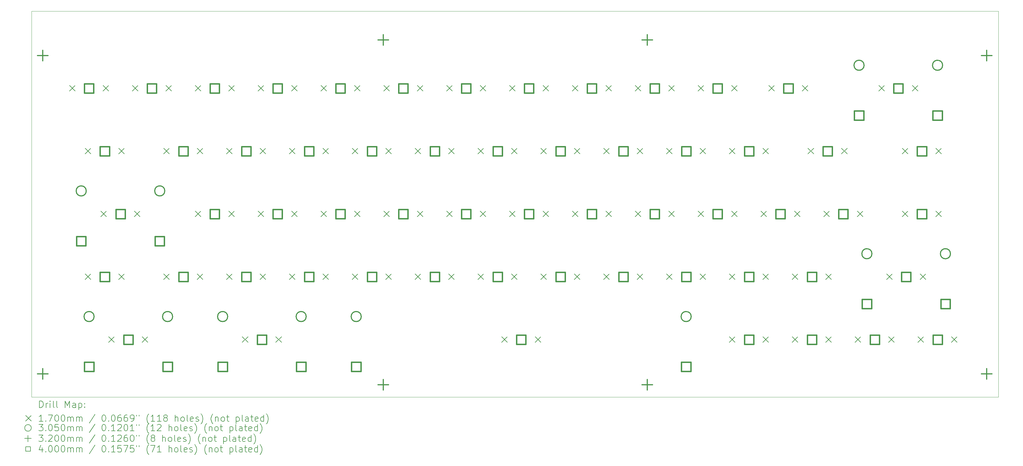
<source format=gbr>
%TF.GenerationSoftware,KiCad,Pcbnew,7.0.1*%
%TF.CreationDate,2023-10-19T22:58:37+03:00*%
%TF.ProjectId,keyboard_cherry,6b657962-6f61-4726-945f-636865727279,rev?*%
%TF.SameCoordinates,Original*%
%TF.FileFunction,Drillmap*%
%TF.FilePolarity,Positive*%
%FSLAX45Y45*%
G04 Gerber Fmt 4.5, Leading zero omitted, Abs format (unit mm)*
G04 Created by KiCad (PCBNEW 7.0.1) date 2023-10-19 22:58:37*
%MOMM*%
%LPD*%
G01*
G04 APERTURE LIST*
%ADD10C,0.100000*%
%ADD11C,0.200000*%
%ADD12C,0.170000*%
%ADD13C,0.305000*%
%ADD14C,0.320000*%
%ADD15C,0.400000*%
G04 APERTURE END LIST*
D10*
X0Y0D02*
X29310000Y0D01*
X29310000Y-11700000D01*
X0Y-11700000D01*
X0Y0D01*
D11*
D12*
X1152290Y-2253000D02*
X1322290Y-2423000D01*
X1322290Y-2253000D02*
X1152290Y-2423000D01*
X1628540Y-4158000D02*
X1798540Y-4328000D01*
X1798540Y-4158000D02*
X1628540Y-4328000D01*
X1628540Y-7968000D02*
X1798540Y-8138000D01*
X1798540Y-7968000D02*
X1628540Y-8138000D01*
X2104790Y-6063000D02*
X2274790Y-6233000D01*
X2274790Y-6063000D02*
X2104790Y-6233000D01*
X2168290Y-2253000D02*
X2338290Y-2423000D01*
X2338290Y-2253000D02*
X2168290Y-2423000D01*
X2342920Y-9873000D02*
X2512920Y-10043000D01*
X2512920Y-9873000D02*
X2342920Y-10043000D01*
X2644540Y-4158000D02*
X2814540Y-4328000D01*
X2814540Y-4158000D02*
X2644540Y-4328000D01*
X2644540Y-7968000D02*
X2814540Y-8138000D01*
X2814540Y-7968000D02*
X2644540Y-8138000D01*
X3057290Y-2253000D02*
X3227290Y-2423000D01*
X3227290Y-2253000D02*
X3057290Y-2423000D01*
X3120790Y-6063000D02*
X3290790Y-6233000D01*
X3290790Y-6063000D02*
X3120790Y-6233000D01*
X3358920Y-9873000D02*
X3528920Y-10043000D01*
X3528920Y-9873000D02*
X3358920Y-10043000D01*
X4009790Y-4158000D02*
X4179790Y-4328000D01*
X4179790Y-4158000D02*
X4009790Y-4328000D01*
X4009790Y-7968000D02*
X4179790Y-8138000D01*
X4179790Y-7968000D02*
X4009790Y-8138000D01*
X4073290Y-2253000D02*
X4243290Y-2423000D01*
X4243290Y-2253000D02*
X4073290Y-2423000D01*
X4962290Y-2253000D02*
X5132290Y-2423000D01*
X5132290Y-2253000D02*
X4962290Y-2423000D01*
X4962290Y-6063000D02*
X5132290Y-6233000D01*
X5132290Y-6063000D02*
X4962290Y-6233000D01*
X5025790Y-4158000D02*
X5195790Y-4328000D01*
X5195790Y-4158000D02*
X5025790Y-4328000D01*
X5025790Y-7968000D02*
X5195790Y-8138000D01*
X5195790Y-7968000D02*
X5025790Y-8138000D01*
X5914790Y-4158000D02*
X6084790Y-4328000D01*
X6084790Y-4158000D02*
X5914790Y-4328000D01*
X5914790Y-7968000D02*
X6084790Y-8138000D01*
X6084790Y-7968000D02*
X5914790Y-8138000D01*
X5978290Y-2253000D02*
X6148290Y-2423000D01*
X6148290Y-2253000D02*
X5978290Y-2423000D01*
X5978290Y-6063000D02*
X6148290Y-6233000D01*
X6148290Y-6063000D02*
X5978290Y-6233000D01*
X6391040Y-9873000D02*
X6561040Y-10043000D01*
X6561040Y-9873000D02*
X6391040Y-10043000D01*
X6867290Y-2253000D02*
X7037290Y-2423000D01*
X7037290Y-2253000D02*
X6867290Y-2423000D01*
X6867290Y-6063000D02*
X7037290Y-6233000D01*
X7037290Y-6063000D02*
X6867290Y-6233000D01*
X6930790Y-4158000D02*
X7100790Y-4328000D01*
X7100790Y-4158000D02*
X6930790Y-4328000D01*
X6930790Y-7968000D02*
X7100790Y-8138000D01*
X7100790Y-7968000D02*
X6930790Y-8138000D01*
X7407040Y-9873000D02*
X7577040Y-10043000D01*
X7577040Y-9873000D02*
X7407040Y-10043000D01*
X7819790Y-4158000D02*
X7989790Y-4328000D01*
X7989790Y-4158000D02*
X7819790Y-4328000D01*
X7819790Y-7968000D02*
X7989790Y-8138000D01*
X7989790Y-7968000D02*
X7819790Y-8138000D01*
X7883290Y-2253000D02*
X8053290Y-2423000D01*
X8053290Y-2253000D02*
X7883290Y-2423000D01*
X7883290Y-6063000D02*
X8053290Y-6233000D01*
X8053290Y-6063000D02*
X7883290Y-6233000D01*
X8772290Y-2253000D02*
X8942290Y-2423000D01*
X8942290Y-2253000D02*
X8772290Y-2423000D01*
X8772290Y-6063000D02*
X8942290Y-6233000D01*
X8942290Y-6063000D02*
X8772290Y-6233000D01*
X8835790Y-4158000D02*
X9005790Y-4328000D01*
X9005790Y-4158000D02*
X8835790Y-4328000D01*
X8835790Y-7968000D02*
X9005790Y-8138000D01*
X9005790Y-7968000D02*
X8835790Y-8138000D01*
X9724790Y-4158000D02*
X9894790Y-4328000D01*
X9894790Y-4158000D02*
X9724790Y-4328000D01*
X9724790Y-7968000D02*
X9894790Y-8138000D01*
X9894790Y-7968000D02*
X9724790Y-8138000D01*
X9788290Y-2253000D02*
X9958290Y-2423000D01*
X9958290Y-2253000D02*
X9788290Y-2423000D01*
X9788290Y-6063000D02*
X9958290Y-6233000D01*
X9958290Y-6063000D02*
X9788290Y-6233000D01*
X10677290Y-2253000D02*
X10847290Y-2423000D01*
X10847290Y-2253000D02*
X10677290Y-2423000D01*
X10677290Y-6063000D02*
X10847290Y-6233000D01*
X10847290Y-6063000D02*
X10677290Y-6233000D01*
X10740790Y-4158000D02*
X10910790Y-4328000D01*
X10910790Y-4158000D02*
X10740790Y-4328000D01*
X10740790Y-7968000D02*
X10910790Y-8138000D01*
X10910790Y-7968000D02*
X10740790Y-8138000D01*
X11629790Y-4158000D02*
X11799790Y-4328000D01*
X11799790Y-4158000D02*
X11629790Y-4328000D01*
X11629790Y-7968000D02*
X11799790Y-8138000D01*
X11799790Y-7968000D02*
X11629790Y-8138000D01*
X11693290Y-2253000D02*
X11863290Y-2423000D01*
X11863290Y-2253000D02*
X11693290Y-2423000D01*
X11693290Y-6063000D02*
X11863290Y-6233000D01*
X11863290Y-6063000D02*
X11693290Y-6233000D01*
X12582290Y-2253000D02*
X12752290Y-2423000D01*
X12752290Y-2253000D02*
X12582290Y-2423000D01*
X12582290Y-6063000D02*
X12752290Y-6233000D01*
X12752290Y-6063000D02*
X12582290Y-6233000D01*
X12645790Y-4158000D02*
X12815790Y-4328000D01*
X12815790Y-4158000D02*
X12645790Y-4328000D01*
X12645790Y-7968000D02*
X12815790Y-8138000D01*
X12815790Y-7968000D02*
X12645790Y-8138000D01*
X13534790Y-4158000D02*
X13704790Y-4328000D01*
X13704790Y-4158000D02*
X13534790Y-4328000D01*
X13534790Y-7968000D02*
X13704790Y-8138000D01*
X13704790Y-7968000D02*
X13534790Y-8138000D01*
X13598290Y-2253000D02*
X13768290Y-2423000D01*
X13768290Y-2253000D02*
X13598290Y-2423000D01*
X13598290Y-6063000D02*
X13768290Y-6233000D01*
X13768290Y-6063000D02*
X13598290Y-6233000D01*
X14249170Y-9873000D02*
X14419170Y-10043000D01*
X14419170Y-9873000D02*
X14249170Y-10043000D01*
X14487290Y-2253000D02*
X14657290Y-2423000D01*
X14657290Y-2253000D02*
X14487290Y-2423000D01*
X14487290Y-6063000D02*
X14657290Y-6233000D01*
X14657290Y-6063000D02*
X14487290Y-6233000D01*
X14550790Y-4158000D02*
X14720790Y-4328000D01*
X14720790Y-4158000D02*
X14550790Y-4328000D01*
X14550790Y-7968000D02*
X14720790Y-8138000D01*
X14720790Y-7968000D02*
X14550790Y-8138000D01*
X15265170Y-9873000D02*
X15435170Y-10043000D01*
X15435170Y-9873000D02*
X15265170Y-10043000D01*
X15439790Y-4158000D02*
X15609790Y-4328000D01*
X15609790Y-4158000D02*
X15439790Y-4328000D01*
X15439790Y-7968000D02*
X15609790Y-8138000D01*
X15609790Y-7968000D02*
X15439790Y-8138000D01*
X15503290Y-2253000D02*
X15673290Y-2423000D01*
X15673290Y-2253000D02*
X15503290Y-2423000D01*
X15503290Y-6063000D02*
X15673290Y-6233000D01*
X15673290Y-6063000D02*
X15503290Y-6233000D01*
X16392290Y-2253000D02*
X16562290Y-2423000D01*
X16562290Y-2253000D02*
X16392290Y-2423000D01*
X16392290Y-6063000D02*
X16562290Y-6233000D01*
X16562290Y-6063000D02*
X16392290Y-6233000D01*
X16455790Y-4158000D02*
X16625790Y-4328000D01*
X16625790Y-4158000D02*
X16455790Y-4328000D01*
X16455790Y-7968000D02*
X16625790Y-8138000D01*
X16625790Y-7968000D02*
X16455790Y-8138000D01*
X17344790Y-4158000D02*
X17514790Y-4328000D01*
X17514790Y-4158000D02*
X17344790Y-4328000D01*
X17344790Y-7968000D02*
X17514790Y-8138000D01*
X17514790Y-7968000D02*
X17344790Y-8138000D01*
X17408290Y-2253000D02*
X17578290Y-2423000D01*
X17578290Y-2253000D02*
X17408290Y-2423000D01*
X17408290Y-6063000D02*
X17578290Y-6233000D01*
X17578290Y-6063000D02*
X17408290Y-6233000D01*
X18297290Y-2253000D02*
X18467290Y-2423000D01*
X18467290Y-2253000D02*
X18297290Y-2423000D01*
X18297290Y-6063000D02*
X18467290Y-6233000D01*
X18467290Y-6063000D02*
X18297290Y-6233000D01*
X18360790Y-4158000D02*
X18530790Y-4328000D01*
X18530790Y-4158000D02*
X18360790Y-4328000D01*
X18360790Y-7968000D02*
X18530790Y-8138000D01*
X18530790Y-7968000D02*
X18360790Y-8138000D01*
X19249790Y-4158000D02*
X19419790Y-4328000D01*
X19419790Y-4158000D02*
X19249790Y-4328000D01*
X19249790Y-7968000D02*
X19419790Y-8138000D01*
X19419790Y-7968000D02*
X19249790Y-8138000D01*
X19313290Y-2253000D02*
X19483290Y-2423000D01*
X19483290Y-2253000D02*
X19313290Y-2423000D01*
X19313290Y-6063000D02*
X19483290Y-6233000D01*
X19483290Y-6063000D02*
X19313290Y-6233000D01*
X20202290Y-2253000D02*
X20372290Y-2423000D01*
X20372290Y-2253000D02*
X20202290Y-2423000D01*
X20202290Y-6063000D02*
X20372290Y-6233000D01*
X20372290Y-6063000D02*
X20202290Y-6233000D01*
X20265790Y-4158000D02*
X20435790Y-4328000D01*
X20435790Y-4158000D02*
X20265790Y-4328000D01*
X20265790Y-7968000D02*
X20435790Y-8138000D01*
X20435790Y-7968000D02*
X20265790Y-8138000D01*
X21154790Y-4158000D02*
X21324790Y-4328000D01*
X21324790Y-4158000D02*
X21154790Y-4328000D01*
X21154790Y-7968000D02*
X21324790Y-8138000D01*
X21324790Y-7968000D02*
X21154790Y-8138000D01*
X21154790Y-9873000D02*
X21324790Y-10043000D01*
X21324790Y-9873000D02*
X21154790Y-10043000D01*
X21218290Y-2253000D02*
X21388290Y-2423000D01*
X21388290Y-2253000D02*
X21218290Y-2423000D01*
X21218290Y-6063000D02*
X21388290Y-6233000D01*
X21388290Y-6063000D02*
X21218290Y-6233000D01*
X22107290Y-6063000D02*
X22277290Y-6233000D01*
X22277290Y-6063000D02*
X22107290Y-6233000D01*
X22170790Y-4158000D02*
X22340790Y-4328000D01*
X22340790Y-4158000D02*
X22170790Y-4328000D01*
X22170790Y-7968000D02*
X22340790Y-8138000D01*
X22340790Y-7968000D02*
X22170790Y-8138000D01*
X22170790Y-9873000D02*
X22340790Y-10043000D01*
X22340790Y-9873000D02*
X22170790Y-10043000D01*
X22345420Y-2253000D02*
X22515420Y-2423000D01*
X22515420Y-2253000D02*
X22345420Y-2423000D01*
X23059790Y-7968000D02*
X23229790Y-8138000D01*
X23229790Y-7968000D02*
X23059790Y-8138000D01*
X23059790Y-9873000D02*
X23229790Y-10043000D01*
X23229790Y-9873000D02*
X23059790Y-10043000D01*
X23123290Y-6063000D02*
X23293290Y-6233000D01*
X23293290Y-6063000D02*
X23123290Y-6233000D01*
X23361420Y-2253000D02*
X23531420Y-2423000D01*
X23531420Y-2253000D02*
X23361420Y-2423000D01*
X23536040Y-4158000D02*
X23706040Y-4328000D01*
X23706040Y-4158000D02*
X23536040Y-4328000D01*
X24012290Y-6063000D02*
X24182290Y-6233000D01*
X24182290Y-6063000D02*
X24012290Y-6233000D01*
X24075790Y-7968000D02*
X24245790Y-8138000D01*
X24245790Y-7968000D02*
X24075790Y-8138000D01*
X24075790Y-9873000D02*
X24245790Y-10043000D01*
X24245790Y-9873000D02*
X24075790Y-10043000D01*
X24552040Y-4158000D02*
X24722040Y-4328000D01*
X24722040Y-4158000D02*
X24552040Y-4328000D01*
X24964790Y-9873000D02*
X25134790Y-10043000D01*
X25134790Y-9873000D02*
X24964790Y-10043000D01*
X25028290Y-6063000D02*
X25198290Y-6233000D01*
X25198290Y-6063000D02*
X25028290Y-6233000D01*
X25679170Y-2253000D02*
X25849170Y-2423000D01*
X25849170Y-2253000D02*
X25679170Y-2423000D01*
X25917290Y-7968000D02*
X26087290Y-8138000D01*
X26087290Y-7968000D02*
X25917290Y-8138000D01*
X25980790Y-9873000D02*
X26150790Y-10043000D01*
X26150790Y-9873000D02*
X25980790Y-10043000D01*
X26393540Y-4158000D02*
X26563540Y-4328000D01*
X26563540Y-4158000D02*
X26393540Y-4328000D01*
X26393540Y-6063000D02*
X26563540Y-6233000D01*
X26563540Y-6063000D02*
X26393540Y-6233000D01*
X26695170Y-2253000D02*
X26865170Y-2423000D01*
X26865170Y-2253000D02*
X26695170Y-2423000D01*
X26869790Y-9873000D02*
X27039790Y-10043000D01*
X27039790Y-9873000D02*
X26869790Y-10043000D01*
X26933290Y-7968000D02*
X27103290Y-8138000D01*
X27103290Y-7968000D02*
X26933290Y-8138000D01*
X27409540Y-4158000D02*
X27579540Y-4328000D01*
X27579540Y-4158000D02*
X27409540Y-4328000D01*
X27409540Y-6063000D02*
X27579540Y-6233000D01*
X27579540Y-6063000D02*
X27409540Y-6233000D01*
X27885790Y-9873000D02*
X28055790Y-10043000D01*
X28055790Y-9873000D02*
X27885790Y-10043000D01*
D13*
X1660290Y-5448000D02*
G75*
G03*
X1660290Y-5448000I-152500J0D01*
G01*
X1898420Y-9258000D02*
G75*
G03*
X1898420Y-9258000I-152500J0D01*
G01*
X4040290Y-5448000D02*
G75*
G03*
X4040290Y-5448000I-152500J0D01*
G01*
X4278420Y-9258000D02*
G75*
G03*
X4278420Y-9258000I-152500J0D01*
G01*
X5946540Y-9258000D02*
G75*
G03*
X5946540Y-9258000I-152500J0D01*
G01*
X8326540Y-9258000D02*
G75*
G03*
X8326540Y-9258000I-152500J0D01*
G01*
X9994670Y-9258000D02*
G75*
G03*
X9994670Y-9258000I-152500J0D01*
G01*
X19994670Y-9258000D02*
G75*
G03*
X19994670Y-9258000I-152500J0D01*
G01*
X25234670Y-1638000D02*
G75*
G03*
X25234670Y-1638000I-152500J0D01*
G01*
X25472790Y-7353000D02*
G75*
G03*
X25472790Y-7353000I-152500J0D01*
G01*
X27614670Y-1638000D02*
G75*
G03*
X27614670Y-1638000I-152500J0D01*
G01*
X27852790Y-7353000D02*
G75*
G03*
X27852790Y-7353000I-152500J0D01*
G01*
D14*
X344080Y-1186020D02*
X344080Y-1506020D01*
X184080Y-1346020D02*
X504080Y-1346020D01*
X344080Y-10836020D02*
X344080Y-11156020D01*
X184080Y-10996020D02*
X504080Y-10996020D01*
X10663760Y-710020D02*
X10663760Y-1030020D01*
X10503760Y-870020D02*
X10823760Y-870020D01*
X10663760Y-11165910D02*
X10663760Y-11485910D01*
X10503760Y-11325910D02*
X10823760Y-11325910D01*
X18662800Y-710020D02*
X18662800Y-1030020D01*
X18502800Y-870020D02*
X18822800Y-870020D01*
X18662800Y-11165910D02*
X18662800Y-11485910D01*
X18502800Y-11325910D02*
X18822800Y-11325910D01*
X28949330Y-1186020D02*
X28949330Y-1506020D01*
X28789330Y-1346020D02*
X29109330Y-1346020D01*
X28949330Y-10836020D02*
X28949330Y-11156020D01*
X28789330Y-10996020D02*
X29109330Y-10996020D01*
D15*
X1649213Y-7113423D02*
X1649213Y-6830577D01*
X1366367Y-6830577D01*
X1366367Y-7113423D01*
X1649213Y-7113423D01*
X1886713Y-2479423D02*
X1886713Y-2196577D01*
X1603867Y-2196577D01*
X1603867Y-2479423D01*
X1886713Y-2479423D01*
X1887343Y-10923423D02*
X1887343Y-10640577D01*
X1604497Y-10640577D01*
X1604497Y-10923423D01*
X1887343Y-10923423D01*
X2362963Y-4384423D02*
X2362963Y-4101577D01*
X2080117Y-4101577D01*
X2080117Y-4384423D01*
X2362963Y-4384423D01*
X2362963Y-8194423D02*
X2362963Y-7911577D01*
X2080117Y-7911577D01*
X2080117Y-8194423D01*
X2362963Y-8194423D01*
X2839213Y-6289423D02*
X2839213Y-6006577D01*
X2556367Y-6006577D01*
X2556367Y-6289423D01*
X2839213Y-6289423D01*
X3077343Y-10099423D02*
X3077343Y-9816577D01*
X2794497Y-9816577D01*
X2794497Y-10099423D01*
X3077343Y-10099423D01*
X3791713Y-2479423D02*
X3791713Y-2196577D01*
X3508867Y-2196577D01*
X3508867Y-2479423D01*
X3791713Y-2479423D01*
X4029213Y-7113423D02*
X4029213Y-6830577D01*
X3746367Y-6830577D01*
X3746367Y-7113423D01*
X4029213Y-7113423D01*
X4267343Y-10923423D02*
X4267343Y-10640577D01*
X3984497Y-10640577D01*
X3984497Y-10923423D01*
X4267343Y-10923423D01*
X4744213Y-4384423D02*
X4744213Y-4101577D01*
X4461367Y-4101577D01*
X4461367Y-4384423D01*
X4744213Y-4384423D01*
X4744213Y-8194423D02*
X4744213Y-7911577D01*
X4461367Y-7911577D01*
X4461367Y-8194423D01*
X4744213Y-8194423D01*
X5696713Y-2479423D02*
X5696713Y-2196577D01*
X5413867Y-2196577D01*
X5413867Y-2479423D01*
X5696713Y-2479423D01*
X5696713Y-6289423D02*
X5696713Y-6006577D01*
X5413867Y-6006577D01*
X5413867Y-6289423D01*
X5696713Y-6289423D01*
X5935463Y-10923423D02*
X5935463Y-10640577D01*
X5652617Y-10640577D01*
X5652617Y-10923423D01*
X5935463Y-10923423D01*
X6649213Y-4384423D02*
X6649213Y-4101577D01*
X6366367Y-4101577D01*
X6366367Y-4384423D01*
X6649213Y-4384423D01*
X6649213Y-8194423D02*
X6649213Y-7911577D01*
X6366367Y-7911577D01*
X6366367Y-8194423D01*
X6649213Y-8194423D01*
X7125463Y-10099423D02*
X7125463Y-9816577D01*
X6842617Y-9816577D01*
X6842617Y-10099423D01*
X7125463Y-10099423D01*
X7601713Y-2479423D02*
X7601713Y-2196577D01*
X7318867Y-2196577D01*
X7318867Y-2479423D01*
X7601713Y-2479423D01*
X7601713Y-6289423D02*
X7601713Y-6006577D01*
X7318867Y-6006577D01*
X7318867Y-6289423D01*
X7601713Y-6289423D01*
X8315463Y-10923423D02*
X8315463Y-10640577D01*
X8032617Y-10640577D01*
X8032617Y-10923423D01*
X8315463Y-10923423D01*
X8554213Y-4384423D02*
X8554213Y-4101577D01*
X8271367Y-4101577D01*
X8271367Y-4384423D01*
X8554213Y-4384423D01*
X8554213Y-8194423D02*
X8554213Y-7911577D01*
X8271367Y-7911577D01*
X8271367Y-8194423D01*
X8554213Y-8194423D01*
X9506713Y-2479423D02*
X9506713Y-2196577D01*
X9223867Y-2196577D01*
X9223867Y-2479423D01*
X9506713Y-2479423D01*
X9506713Y-6289423D02*
X9506713Y-6006577D01*
X9223867Y-6006577D01*
X9223867Y-6289423D01*
X9506713Y-6289423D01*
X9983593Y-10923423D02*
X9983593Y-10640577D01*
X9700747Y-10640577D01*
X9700747Y-10923423D01*
X9983593Y-10923423D01*
X10459213Y-4384423D02*
X10459213Y-4101577D01*
X10176367Y-4101577D01*
X10176367Y-4384423D01*
X10459213Y-4384423D01*
X10459213Y-8194423D02*
X10459213Y-7911577D01*
X10176367Y-7911577D01*
X10176367Y-8194423D01*
X10459213Y-8194423D01*
X11411713Y-2479423D02*
X11411713Y-2196577D01*
X11128867Y-2196577D01*
X11128867Y-2479423D01*
X11411713Y-2479423D01*
X11411713Y-6289423D02*
X11411713Y-6006577D01*
X11128867Y-6006577D01*
X11128867Y-6289423D01*
X11411713Y-6289423D01*
X12364213Y-4384423D02*
X12364213Y-4101577D01*
X12081367Y-4101577D01*
X12081367Y-4384423D01*
X12364213Y-4384423D01*
X12364213Y-8194423D02*
X12364213Y-7911577D01*
X12081367Y-7911577D01*
X12081367Y-8194423D01*
X12364213Y-8194423D01*
X13316713Y-2479423D02*
X13316713Y-2196577D01*
X13033867Y-2196577D01*
X13033867Y-2479423D01*
X13316713Y-2479423D01*
X13316713Y-6289423D02*
X13316713Y-6006577D01*
X13033867Y-6006577D01*
X13033867Y-6289423D01*
X13316713Y-6289423D01*
X14269213Y-4384423D02*
X14269213Y-4101577D01*
X13986367Y-4101577D01*
X13986367Y-4384423D01*
X14269213Y-4384423D01*
X14269213Y-8194423D02*
X14269213Y-7911577D01*
X13986367Y-7911577D01*
X13986367Y-8194423D01*
X14269213Y-8194423D01*
X14983593Y-10099423D02*
X14983593Y-9816577D01*
X14700747Y-9816577D01*
X14700747Y-10099423D01*
X14983593Y-10099423D01*
X15221713Y-2479423D02*
X15221713Y-2196577D01*
X14938867Y-2196577D01*
X14938867Y-2479423D01*
X15221713Y-2479423D01*
X15221713Y-6289423D02*
X15221713Y-6006577D01*
X14938867Y-6006577D01*
X14938867Y-6289423D01*
X15221713Y-6289423D01*
X16174213Y-4384423D02*
X16174213Y-4101577D01*
X15891367Y-4101577D01*
X15891367Y-4384423D01*
X16174213Y-4384423D01*
X16174213Y-8194423D02*
X16174213Y-7911577D01*
X15891367Y-7911577D01*
X15891367Y-8194423D01*
X16174213Y-8194423D01*
X17126713Y-2479423D02*
X17126713Y-2196577D01*
X16843867Y-2196577D01*
X16843867Y-2479423D01*
X17126713Y-2479423D01*
X17126713Y-6289423D02*
X17126713Y-6006577D01*
X16843867Y-6006577D01*
X16843867Y-6289423D01*
X17126713Y-6289423D01*
X18079213Y-4384423D02*
X18079213Y-4101577D01*
X17796367Y-4101577D01*
X17796367Y-4384423D01*
X18079213Y-4384423D01*
X18079213Y-8194423D02*
X18079213Y-7911577D01*
X17796367Y-7911577D01*
X17796367Y-8194423D01*
X18079213Y-8194423D01*
X19031713Y-2479423D02*
X19031713Y-2196577D01*
X18748867Y-2196577D01*
X18748867Y-2479423D01*
X19031713Y-2479423D01*
X19031713Y-6289423D02*
X19031713Y-6006577D01*
X18748867Y-6006577D01*
X18748867Y-6289423D01*
X19031713Y-6289423D01*
X19983593Y-10923423D02*
X19983593Y-10640577D01*
X19700747Y-10640577D01*
X19700747Y-10923423D01*
X19983593Y-10923423D01*
X19984213Y-4384423D02*
X19984213Y-4101577D01*
X19701367Y-4101577D01*
X19701367Y-4384423D01*
X19984213Y-4384423D01*
X19984213Y-8194423D02*
X19984213Y-7911577D01*
X19701367Y-7911577D01*
X19701367Y-8194423D01*
X19984213Y-8194423D01*
X20936713Y-2479423D02*
X20936713Y-2196577D01*
X20653867Y-2196577D01*
X20653867Y-2479423D01*
X20936713Y-2479423D01*
X20936713Y-6289423D02*
X20936713Y-6006577D01*
X20653867Y-6006577D01*
X20653867Y-6289423D01*
X20936713Y-6289423D01*
X21889213Y-4384423D02*
X21889213Y-4101577D01*
X21606367Y-4101577D01*
X21606367Y-4384423D01*
X21889213Y-4384423D01*
X21889213Y-8194423D02*
X21889213Y-7911577D01*
X21606367Y-7911577D01*
X21606367Y-8194423D01*
X21889213Y-8194423D01*
X21889213Y-10099423D02*
X21889213Y-9816577D01*
X21606367Y-9816577D01*
X21606367Y-10099423D01*
X21889213Y-10099423D01*
X22841713Y-6289423D02*
X22841713Y-6006577D01*
X22558867Y-6006577D01*
X22558867Y-6289423D01*
X22841713Y-6289423D01*
X23079843Y-2479423D02*
X23079843Y-2196577D01*
X22796997Y-2196577D01*
X22796997Y-2479423D01*
X23079843Y-2479423D01*
X23794213Y-8194423D02*
X23794213Y-7911577D01*
X23511367Y-7911577D01*
X23511367Y-8194423D01*
X23794213Y-8194423D01*
X23794213Y-10099423D02*
X23794213Y-9816577D01*
X23511367Y-9816577D01*
X23511367Y-10099423D01*
X23794213Y-10099423D01*
X24270463Y-4384423D02*
X24270463Y-4101577D01*
X23987617Y-4101577D01*
X23987617Y-4384423D01*
X24270463Y-4384423D01*
X24746713Y-6289423D02*
X24746713Y-6006577D01*
X24463867Y-6006577D01*
X24463867Y-6289423D01*
X24746713Y-6289423D01*
X25223593Y-3303423D02*
X25223593Y-3020577D01*
X24940747Y-3020577D01*
X24940747Y-3303423D01*
X25223593Y-3303423D01*
X25461713Y-9018423D02*
X25461713Y-8735577D01*
X25178867Y-8735577D01*
X25178867Y-9018423D01*
X25461713Y-9018423D01*
X25699213Y-10099423D02*
X25699213Y-9816577D01*
X25416367Y-9816577D01*
X25416367Y-10099423D01*
X25699213Y-10099423D01*
X26413593Y-2479423D02*
X26413593Y-2196577D01*
X26130747Y-2196577D01*
X26130747Y-2479423D01*
X26413593Y-2479423D01*
X26651713Y-8194423D02*
X26651713Y-7911577D01*
X26368867Y-7911577D01*
X26368867Y-8194423D01*
X26651713Y-8194423D01*
X27127963Y-4384423D02*
X27127963Y-4101577D01*
X26845117Y-4101577D01*
X26845117Y-4384423D01*
X27127963Y-4384423D01*
X27127963Y-6289423D02*
X27127963Y-6006577D01*
X26845117Y-6006577D01*
X26845117Y-6289423D01*
X27127963Y-6289423D01*
X27603593Y-3303423D02*
X27603593Y-3020577D01*
X27320747Y-3020577D01*
X27320747Y-3303423D01*
X27603593Y-3303423D01*
X27604213Y-10099423D02*
X27604213Y-9816577D01*
X27321367Y-9816577D01*
X27321367Y-10099423D01*
X27604213Y-10099423D01*
X27841713Y-9018423D02*
X27841713Y-8735577D01*
X27558867Y-8735577D01*
X27558867Y-9018423D01*
X27841713Y-9018423D01*
D11*
X242619Y-12017524D02*
X242619Y-11817524D01*
X242619Y-11817524D02*
X290238Y-11817524D01*
X290238Y-11817524D02*
X318810Y-11827048D01*
X318810Y-11827048D02*
X337857Y-11846095D01*
X337857Y-11846095D02*
X347381Y-11865143D01*
X347381Y-11865143D02*
X356905Y-11903238D01*
X356905Y-11903238D02*
X356905Y-11931809D01*
X356905Y-11931809D02*
X347381Y-11969905D01*
X347381Y-11969905D02*
X337857Y-11988952D01*
X337857Y-11988952D02*
X318810Y-12008000D01*
X318810Y-12008000D02*
X290238Y-12017524D01*
X290238Y-12017524D02*
X242619Y-12017524D01*
X442619Y-12017524D02*
X442619Y-11884190D01*
X442619Y-11922286D02*
X452143Y-11903238D01*
X452143Y-11903238D02*
X461667Y-11893714D01*
X461667Y-11893714D02*
X480714Y-11884190D01*
X480714Y-11884190D02*
X499762Y-11884190D01*
X566429Y-12017524D02*
X566429Y-11884190D01*
X566429Y-11817524D02*
X556905Y-11827048D01*
X556905Y-11827048D02*
X566429Y-11836571D01*
X566429Y-11836571D02*
X575952Y-11827048D01*
X575952Y-11827048D02*
X566429Y-11817524D01*
X566429Y-11817524D02*
X566429Y-11836571D01*
X690238Y-12017524D02*
X671190Y-12008000D01*
X671190Y-12008000D02*
X661667Y-11988952D01*
X661667Y-11988952D02*
X661667Y-11817524D01*
X795000Y-12017524D02*
X775952Y-12008000D01*
X775952Y-12008000D02*
X766428Y-11988952D01*
X766428Y-11988952D02*
X766428Y-11817524D01*
X1023571Y-12017524D02*
X1023571Y-11817524D01*
X1023571Y-11817524D02*
X1090238Y-11960381D01*
X1090238Y-11960381D02*
X1156905Y-11817524D01*
X1156905Y-11817524D02*
X1156905Y-12017524D01*
X1337857Y-12017524D02*
X1337857Y-11912762D01*
X1337857Y-11912762D02*
X1328333Y-11893714D01*
X1328333Y-11893714D02*
X1309286Y-11884190D01*
X1309286Y-11884190D02*
X1271190Y-11884190D01*
X1271190Y-11884190D02*
X1252143Y-11893714D01*
X1337857Y-12008000D02*
X1318810Y-12017524D01*
X1318810Y-12017524D02*
X1271190Y-12017524D01*
X1271190Y-12017524D02*
X1252143Y-12008000D01*
X1252143Y-12008000D02*
X1242619Y-11988952D01*
X1242619Y-11988952D02*
X1242619Y-11969905D01*
X1242619Y-11969905D02*
X1252143Y-11950857D01*
X1252143Y-11950857D02*
X1271190Y-11941333D01*
X1271190Y-11941333D02*
X1318810Y-11941333D01*
X1318810Y-11941333D02*
X1337857Y-11931809D01*
X1433095Y-11884190D02*
X1433095Y-12084190D01*
X1433095Y-11893714D02*
X1452143Y-11884190D01*
X1452143Y-11884190D02*
X1490238Y-11884190D01*
X1490238Y-11884190D02*
X1509286Y-11893714D01*
X1509286Y-11893714D02*
X1518809Y-11903238D01*
X1518809Y-11903238D02*
X1528333Y-11922286D01*
X1528333Y-11922286D02*
X1528333Y-11979428D01*
X1528333Y-11979428D02*
X1518809Y-11998476D01*
X1518809Y-11998476D02*
X1509286Y-12008000D01*
X1509286Y-12008000D02*
X1490238Y-12017524D01*
X1490238Y-12017524D02*
X1452143Y-12017524D01*
X1452143Y-12017524D02*
X1433095Y-12008000D01*
X1614048Y-11998476D02*
X1623571Y-12008000D01*
X1623571Y-12008000D02*
X1614048Y-12017524D01*
X1614048Y-12017524D02*
X1604524Y-12008000D01*
X1604524Y-12008000D02*
X1614048Y-11998476D01*
X1614048Y-11998476D02*
X1614048Y-12017524D01*
X1614048Y-11893714D02*
X1623571Y-11903238D01*
X1623571Y-11903238D02*
X1614048Y-11912762D01*
X1614048Y-11912762D02*
X1604524Y-11903238D01*
X1604524Y-11903238D02*
X1614048Y-11893714D01*
X1614048Y-11893714D02*
X1614048Y-11912762D01*
D12*
X-175000Y-12260000D02*
X-5000Y-12430000D01*
X-5000Y-12260000D02*
X-175000Y-12430000D01*
D11*
X347381Y-12437524D02*
X233095Y-12437524D01*
X290238Y-12437524D02*
X290238Y-12237524D01*
X290238Y-12237524D02*
X271190Y-12266095D01*
X271190Y-12266095D02*
X252143Y-12285143D01*
X252143Y-12285143D02*
X233095Y-12294667D01*
X433095Y-12418476D02*
X442619Y-12428000D01*
X442619Y-12428000D02*
X433095Y-12437524D01*
X433095Y-12437524D02*
X423571Y-12428000D01*
X423571Y-12428000D02*
X433095Y-12418476D01*
X433095Y-12418476D02*
X433095Y-12437524D01*
X509286Y-12237524D02*
X642619Y-12237524D01*
X642619Y-12237524D02*
X556905Y-12437524D01*
X756905Y-12237524D02*
X775952Y-12237524D01*
X775952Y-12237524D02*
X795000Y-12247048D01*
X795000Y-12247048D02*
X804524Y-12256571D01*
X804524Y-12256571D02*
X814048Y-12275619D01*
X814048Y-12275619D02*
X823571Y-12313714D01*
X823571Y-12313714D02*
X823571Y-12361333D01*
X823571Y-12361333D02*
X814048Y-12399428D01*
X814048Y-12399428D02*
X804524Y-12418476D01*
X804524Y-12418476D02*
X795000Y-12428000D01*
X795000Y-12428000D02*
X775952Y-12437524D01*
X775952Y-12437524D02*
X756905Y-12437524D01*
X756905Y-12437524D02*
X737857Y-12428000D01*
X737857Y-12428000D02*
X728333Y-12418476D01*
X728333Y-12418476D02*
X718809Y-12399428D01*
X718809Y-12399428D02*
X709286Y-12361333D01*
X709286Y-12361333D02*
X709286Y-12313714D01*
X709286Y-12313714D02*
X718809Y-12275619D01*
X718809Y-12275619D02*
X728333Y-12256571D01*
X728333Y-12256571D02*
X737857Y-12247048D01*
X737857Y-12247048D02*
X756905Y-12237524D01*
X947381Y-12237524D02*
X966429Y-12237524D01*
X966429Y-12237524D02*
X985476Y-12247048D01*
X985476Y-12247048D02*
X995000Y-12256571D01*
X995000Y-12256571D02*
X1004524Y-12275619D01*
X1004524Y-12275619D02*
X1014048Y-12313714D01*
X1014048Y-12313714D02*
X1014048Y-12361333D01*
X1014048Y-12361333D02*
X1004524Y-12399428D01*
X1004524Y-12399428D02*
X995000Y-12418476D01*
X995000Y-12418476D02*
X985476Y-12428000D01*
X985476Y-12428000D02*
X966429Y-12437524D01*
X966429Y-12437524D02*
X947381Y-12437524D01*
X947381Y-12437524D02*
X928333Y-12428000D01*
X928333Y-12428000D02*
X918809Y-12418476D01*
X918809Y-12418476D02*
X909286Y-12399428D01*
X909286Y-12399428D02*
X899762Y-12361333D01*
X899762Y-12361333D02*
X899762Y-12313714D01*
X899762Y-12313714D02*
X909286Y-12275619D01*
X909286Y-12275619D02*
X918809Y-12256571D01*
X918809Y-12256571D02*
X928333Y-12247048D01*
X928333Y-12247048D02*
X947381Y-12237524D01*
X1099762Y-12437524D02*
X1099762Y-12304190D01*
X1099762Y-12323238D02*
X1109286Y-12313714D01*
X1109286Y-12313714D02*
X1128333Y-12304190D01*
X1128333Y-12304190D02*
X1156905Y-12304190D01*
X1156905Y-12304190D02*
X1175952Y-12313714D01*
X1175952Y-12313714D02*
X1185476Y-12332762D01*
X1185476Y-12332762D02*
X1185476Y-12437524D01*
X1185476Y-12332762D02*
X1195000Y-12313714D01*
X1195000Y-12313714D02*
X1214048Y-12304190D01*
X1214048Y-12304190D02*
X1242619Y-12304190D01*
X1242619Y-12304190D02*
X1261667Y-12313714D01*
X1261667Y-12313714D02*
X1271191Y-12332762D01*
X1271191Y-12332762D02*
X1271191Y-12437524D01*
X1366429Y-12437524D02*
X1366429Y-12304190D01*
X1366429Y-12323238D02*
X1375952Y-12313714D01*
X1375952Y-12313714D02*
X1395000Y-12304190D01*
X1395000Y-12304190D02*
X1423571Y-12304190D01*
X1423571Y-12304190D02*
X1442619Y-12313714D01*
X1442619Y-12313714D02*
X1452143Y-12332762D01*
X1452143Y-12332762D02*
X1452143Y-12437524D01*
X1452143Y-12332762D02*
X1461667Y-12313714D01*
X1461667Y-12313714D02*
X1480714Y-12304190D01*
X1480714Y-12304190D02*
X1509286Y-12304190D01*
X1509286Y-12304190D02*
X1528333Y-12313714D01*
X1528333Y-12313714D02*
X1537857Y-12332762D01*
X1537857Y-12332762D02*
X1537857Y-12437524D01*
X1928333Y-12228000D02*
X1756905Y-12485143D01*
X2185476Y-12237524D02*
X2204524Y-12237524D01*
X2204524Y-12237524D02*
X2223572Y-12247048D01*
X2223572Y-12247048D02*
X2233095Y-12256571D01*
X2233095Y-12256571D02*
X2242619Y-12275619D01*
X2242619Y-12275619D02*
X2252143Y-12313714D01*
X2252143Y-12313714D02*
X2252143Y-12361333D01*
X2252143Y-12361333D02*
X2242619Y-12399428D01*
X2242619Y-12399428D02*
X2233095Y-12418476D01*
X2233095Y-12418476D02*
X2223572Y-12428000D01*
X2223572Y-12428000D02*
X2204524Y-12437524D01*
X2204524Y-12437524D02*
X2185476Y-12437524D01*
X2185476Y-12437524D02*
X2166429Y-12428000D01*
X2166429Y-12428000D02*
X2156905Y-12418476D01*
X2156905Y-12418476D02*
X2147381Y-12399428D01*
X2147381Y-12399428D02*
X2137857Y-12361333D01*
X2137857Y-12361333D02*
X2137857Y-12313714D01*
X2137857Y-12313714D02*
X2147381Y-12275619D01*
X2147381Y-12275619D02*
X2156905Y-12256571D01*
X2156905Y-12256571D02*
X2166429Y-12247048D01*
X2166429Y-12247048D02*
X2185476Y-12237524D01*
X2337857Y-12418476D02*
X2347381Y-12428000D01*
X2347381Y-12428000D02*
X2337857Y-12437524D01*
X2337857Y-12437524D02*
X2328334Y-12428000D01*
X2328334Y-12428000D02*
X2337857Y-12418476D01*
X2337857Y-12418476D02*
X2337857Y-12437524D01*
X2471191Y-12237524D02*
X2490238Y-12237524D01*
X2490238Y-12237524D02*
X2509286Y-12247048D01*
X2509286Y-12247048D02*
X2518810Y-12256571D01*
X2518810Y-12256571D02*
X2528334Y-12275619D01*
X2528334Y-12275619D02*
X2537857Y-12313714D01*
X2537857Y-12313714D02*
X2537857Y-12361333D01*
X2537857Y-12361333D02*
X2528334Y-12399428D01*
X2528334Y-12399428D02*
X2518810Y-12418476D01*
X2518810Y-12418476D02*
X2509286Y-12428000D01*
X2509286Y-12428000D02*
X2490238Y-12437524D01*
X2490238Y-12437524D02*
X2471191Y-12437524D01*
X2471191Y-12437524D02*
X2452143Y-12428000D01*
X2452143Y-12428000D02*
X2442619Y-12418476D01*
X2442619Y-12418476D02*
X2433095Y-12399428D01*
X2433095Y-12399428D02*
X2423572Y-12361333D01*
X2423572Y-12361333D02*
X2423572Y-12313714D01*
X2423572Y-12313714D02*
X2433095Y-12275619D01*
X2433095Y-12275619D02*
X2442619Y-12256571D01*
X2442619Y-12256571D02*
X2452143Y-12247048D01*
X2452143Y-12247048D02*
X2471191Y-12237524D01*
X2709286Y-12237524D02*
X2671191Y-12237524D01*
X2671191Y-12237524D02*
X2652143Y-12247048D01*
X2652143Y-12247048D02*
X2642619Y-12256571D01*
X2642619Y-12256571D02*
X2623572Y-12285143D01*
X2623572Y-12285143D02*
X2614048Y-12323238D01*
X2614048Y-12323238D02*
X2614048Y-12399428D01*
X2614048Y-12399428D02*
X2623572Y-12418476D01*
X2623572Y-12418476D02*
X2633095Y-12428000D01*
X2633095Y-12428000D02*
X2652143Y-12437524D01*
X2652143Y-12437524D02*
X2690238Y-12437524D01*
X2690238Y-12437524D02*
X2709286Y-12428000D01*
X2709286Y-12428000D02*
X2718810Y-12418476D01*
X2718810Y-12418476D02*
X2728334Y-12399428D01*
X2728334Y-12399428D02*
X2728334Y-12351809D01*
X2728334Y-12351809D02*
X2718810Y-12332762D01*
X2718810Y-12332762D02*
X2709286Y-12323238D01*
X2709286Y-12323238D02*
X2690238Y-12313714D01*
X2690238Y-12313714D02*
X2652143Y-12313714D01*
X2652143Y-12313714D02*
X2633095Y-12323238D01*
X2633095Y-12323238D02*
X2623572Y-12332762D01*
X2623572Y-12332762D02*
X2614048Y-12351809D01*
X2899762Y-12237524D02*
X2861667Y-12237524D01*
X2861667Y-12237524D02*
X2842619Y-12247048D01*
X2842619Y-12247048D02*
X2833095Y-12256571D01*
X2833095Y-12256571D02*
X2814048Y-12285143D01*
X2814048Y-12285143D02*
X2804524Y-12323238D01*
X2804524Y-12323238D02*
X2804524Y-12399428D01*
X2804524Y-12399428D02*
X2814048Y-12418476D01*
X2814048Y-12418476D02*
X2823572Y-12428000D01*
X2823572Y-12428000D02*
X2842619Y-12437524D01*
X2842619Y-12437524D02*
X2880714Y-12437524D01*
X2880714Y-12437524D02*
X2899762Y-12428000D01*
X2899762Y-12428000D02*
X2909286Y-12418476D01*
X2909286Y-12418476D02*
X2918810Y-12399428D01*
X2918810Y-12399428D02*
X2918810Y-12351809D01*
X2918810Y-12351809D02*
X2909286Y-12332762D01*
X2909286Y-12332762D02*
X2899762Y-12323238D01*
X2899762Y-12323238D02*
X2880714Y-12313714D01*
X2880714Y-12313714D02*
X2842619Y-12313714D01*
X2842619Y-12313714D02*
X2823572Y-12323238D01*
X2823572Y-12323238D02*
X2814048Y-12332762D01*
X2814048Y-12332762D02*
X2804524Y-12351809D01*
X3014048Y-12437524D02*
X3052143Y-12437524D01*
X3052143Y-12437524D02*
X3071191Y-12428000D01*
X3071191Y-12428000D02*
X3080714Y-12418476D01*
X3080714Y-12418476D02*
X3099762Y-12389905D01*
X3099762Y-12389905D02*
X3109286Y-12351809D01*
X3109286Y-12351809D02*
X3109286Y-12275619D01*
X3109286Y-12275619D02*
X3099762Y-12256571D01*
X3099762Y-12256571D02*
X3090238Y-12247048D01*
X3090238Y-12247048D02*
X3071191Y-12237524D01*
X3071191Y-12237524D02*
X3033095Y-12237524D01*
X3033095Y-12237524D02*
X3014048Y-12247048D01*
X3014048Y-12247048D02*
X3004524Y-12256571D01*
X3004524Y-12256571D02*
X2995000Y-12275619D01*
X2995000Y-12275619D02*
X2995000Y-12323238D01*
X2995000Y-12323238D02*
X3004524Y-12342286D01*
X3004524Y-12342286D02*
X3014048Y-12351809D01*
X3014048Y-12351809D02*
X3033095Y-12361333D01*
X3033095Y-12361333D02*
X3071191Y-12361333D01*
X3071191Y-12361333D02*
X3090238Y-12351809D01*
X3090238Y-12351809D02*
X3099762Y-12342286D01*
X3099762Y-12342286D02*
X3109286Y-12323238D01*
X3185476Y-12237524D02*
X3185476Y-12275619D01*
X3261667Y-12237524D02*
X3261667Y-12275619D01*
X3556905Y-12513714D02*
X3547381Y-12504190D01*
X3547381Y-12504190D02*
X3528334Y-12475619D01*
X3528334Y-12475619D02*
X3518810Y-12456571D01*
X3518810Y-12456571D02*
X3509286Y-12428000D01*
X3509286Y-12428000D02*
X3499762Y-12380381D01*
X3499762Y-12380381D02*
X3499762Y-12342286D01*
X3499762Y-12342286D02*
X3509286Y-12294667D01*
X3509286Y-12294667D02*
X3518810Y-12266095D01*
X3518810Y-12266095D02*
X3528334Y-12247048D01*
X3528334Y-12247048D02*
X3547381Y-12218476D01*
X3547381Y-12218476D02*
X3556905Y-12208952D01*
X3737857Y-12437524D02*
X3623572Y-12437524D01*
X3680714Y-12437524D02*
X3680714Y-12237524D01*
X3680714Y-12237524D02*
X3661667Y-12266095D01*
X3661667Y-12266095D02*
X3642619Y-12285143D01*
X3642619Y-12285143D02*
X3623572Y-12294667D01*
X3928334Y-12437524D02*
X3814048Y-12437524D01*
X3871191Y-12437524D02*
X3871191Y-12237524D01*
X3871191Y-12237524D02*
X3852143Y-12266095D01*
X3852143Y-12266095D02*
X3833095Y-12285143D01*
X3833095Y-12285143D02*
X3814048Y-12294667D01*
X4042619Y-12323238D02*
X4023572Y-12313714D01*
X4023572Y-12313714D02*
X4014048Y-12304190D01*
X4014048Y-12304190D02*
X4004524Y-12285143D01*
X4004524Y-12285143D02*
X4004524Y-12275619D01*
X4004524Y-12275619D02*
X4014048Y-12256571D01*
X4014048Y-12256571D02*
X4023572Y-12247048D01*
X4023572Y-12247048D02*
X4042619Y-12237524D01*
X4042619Y-12237524D02*
X4080715Y-12237524D01*
X4080715Y-12237524D02*
X4099762Y-12247048D01*
X4099762Y-12247048D02*
X4109286Y-12256571D01*
X4109286Y-12256571D02*
X4118810Y-12275619D01*
X4118810Y-12275619D02*
X4118810Y-12285143D01*
X4118810Y-12285143D02*
X4109286Y-12304190D01*
X4109286Y-12304190D02*
X4099762Y-12313714D01*
X4099762Y-12313714D02*
X4080715Y-12323238D01*
X4080715Y-12323238D02*
X4042619Y-12323238D01*
X4042619Y-12323238D02*
X4023572Y-12332762D01*
X4023572Y-12332762D02*
X4014048Y-12342286D01*
X4014048Y-12342286D02*
X4004524Y-12361333D01*
X4004524Y-12361333D02*
X4004524Y-12399428D01*
X4004524Y-12399428D02*
X4014048Y-12418476D01*
X4014048Y-12418476D02*
X4023572Y-12428000D01*
X4023572Y-12428000D02*
X4042619Y-12437524D01*
X4042619Y-12437524D02*
X4080715Y-12437524D01*
X4080715Y-12437524D02*
X4099762Y-12428000D01*
X4099762Y-12428000D02*
X4109286Y-12418476D01*
X4109286Y-12418476D02*
X4118810Y-12399428D01*
X4118810Y-12399428D02*
X4118810Y-12361333D01*
X4118810Y-12361333D02*
X4109286Y-12342286D01*
X4109286Y-12342286D02*
X4099762Y-12332762D01*
X4099762Y-12332762D02*
X4080715Y-12323238D01*
X4356905Y-12437524D02*
X4356905Y-12237524D01*
X4442619Y-12437524D02*
X4442619Y-12332762D01*
X4442619Y-12332762D02*
X4433096Y-12313714D01*
X4433096Y-12313714D02*
X4414048Y-12304190D01*
X4414048Y-12304190D02*
X4385477Y-12304190D01*
X4385477Y-12304190D02*
X4366429Y-12313714D01*
X4366429Y-12313714D02*
X4356905Y-12323238D01*
X4566429Y-12437524D02*
X4547381Y-12428000D01*
X4547381Y-12428000D02*
X4537858Y-12418476D01*
X4537858Y-12418476D02*
X4528334Y-12399428D01*
X4528334Y-12399428D02*
X4528334Y-12342286D01*
X4528334Y-12342286D02*
X4537858Y-12323238D01*
X4537858Y-12323238D02*
X4547381Y-12313714D01*
X4547381Y-12313714D02*
X4566429Y-12304190D01*
X4566429Y-12304190D02*
X4595000Y-12304190D01*
X4595000Y-12304190D02*
X4614048Y-12313714D01*
X4614048Y-12313714D02*
X4623572Y-12323238D01*
X4623572Y-12323238D02*
X4633096Y-12342286D01*
X4633096Y-12342286D02*
X4633096Y-12399428D01*
X4633096Y-12399428D02*
X4623572Y-12418476D01*
X4623572Y-12418476D02*
X4614048Y-12428000D01*
X4614048Y-12428000D02*
X4595000Y-12437524D01*
X4595000Y-12437524D02*
X4566429Y-12437524D01*
X4747381Y-12437524D02*
X4728334Y-12428000D01*
X4728334Y-12428000D02*
X4718810Y-12408952D01*
X4718810Y-12408952D02*
X4718810Y-12237524D01*
X4899762Y-12428000D02*
X4880715Y-12437524D01*
X4880715Y-12437524D02*
X4842619Y-12437524D01*
X4842619Y-12437524D02*
X4823572Y-12428000D01*
X4823572Y-12428000D02*
X4814048Y-12408952D01*
X4814048Y-12408952D02*
X4814048Y-12332762D01*
X4814048Y-12332762D02*
X4823572Y-12313714D01*
X4823572Y-12313714D02*
X4842619Y-12304190D01*
X4842619Y-12304190D02*
X4880715Y-12304190D01*
X4880715Y-12304190D02*
X4899762Y-12313714D01*
X4899762Y-12313714D02*
X4909286Y-12332762D01*
X4909286Y-12332762D02*
X4909286Y-12351809D01*
X4909286Y-12351809D02*
X4814048Y-12370857D01*
X4985477Y-12428000D02*
X5004524Y-12437524D01*
X5004524Y-12437524D02*
X5042619Y-12437524D01*
X5042619Y-12437524D02*
X5061667Y-12428000D01*
X5061667Y-12428000D02*
X5071191Y-12408952D01*
X5071191Y-12408952D02*
X5071191Y-12399428D01*
X5071191Y-12399428D02*
X5061667Y-12380381D01*
X5061667Y-12380381D02*
X5042619Y-12370857D01*
X5042619Y-12370857D02*
X5014048Y-12370857D01*
X5014048Y-12370857D02*
X4995000Y-12361333D01*
X4995000Y-12361333D02*
X4985477Y-12342286D01*
X4985477Y-12342286D02*
X4985477Y-12332762D01*
X4985477Y-12332762D02*
X4995000Y-12313714D01*
X4995000Y-12313714D02*
X5014048Y-12304190D01*
X5014048Y-12304190D02*
X5042619Y-12304190D01*
X5042619Y-12304190D02*
X5061667Y-12313714D01*
X5137858Y-12513714D02*
X5147381Y-12504190D01*
X5147381Y-12504190D02*
X5166429Y-12475619D01*
X5166429Y-12475619D02*
X5175953Y-12456571D01*
X5175953Y-12456571D02*
X5185477Y-12428000D01*
X5185477Y-12428000D02*
X5195000Y-12380381D01*
X5195000Y-12380381D02*
X5195000Y-12342286D01*
X5195000Y-12342286D02*
X5185477Y-12294667D01*
X5185477Y-12294667D02*
X5175953Y-12266095D01*
X5175953Y-12266095D02*
X5166429Y-12247048D01*
X5166429Y-12247048D02*
X5147381Y-12218476D01*
X5147381Y-12218476D02*
X5137858Y-12208952D01*
X5499762Y-12513714D02*
X5490239Y-12504190D01*
X5490239Y-12504190D02*
X5471191Y-12475619D01*
X5471191Y-12475619D02*
X5461667Y-12456571D01*
X5461667Y-12456571D02*
X5452143Y-12428000D01*
X5452143Y-12428000D02*
X5442620Y-12380381D01*
X5442620Y-12380381D02*
X5442620Y-12342286D01*
X5442620Y-12342286D02*
X5452143Y-12294667D01*
X5452143Y-12294667D02*
X5461667Y-12266095D01*
X5461667Y-12266095D02*
X5471191Y-12247048D01*
X5471191Y-12247048D02*
X5490239Y-12218476D01*
X5490239Y-12218476D02*
X5499762Y-12208952D01*
X5575953Y-12304190D02*
X5575953Y-12437524D01*
X5575953Y-12323238D02*
X5585477Y-12313714D01*
X5585477Y-12313714D02*
X5604524Y-12304190D01*
X5604524Y-12304190D02*
X5633096Y-12304190D01*
X5633096Y-12304190D02*
X5652143Y-12313714D01*
X5652143Y-12313714D02*
X5661667Y-12332762D01*
X5661667Y-12332762D02*
X5661667Y-12437524D01*
X5785477Y-12437524D02*
X5766429Y-12428000D01*
X5766429Y-12428000D02*
X5756905Y-12418476D01*
X5756905Y-12418476D02*
X5747381Y-12399428D01*
X5747381Y-12399428D02*
X5747381Y-12342286D01*
X5747381Y-12342286D02*
X5756905Y-12323238D01*
X5756905Y-12323238D02*
X5766429Y-12313714D01*
X5766429Y-12313714D02*
X5785477Y-12304190D01*
X5785477Y-12304190D02*
X5814048Y-12304190D01*
X5814048Y-12304190D02*
X5833096Y-12313714D01*
X5833096Y-12313714D02*
X5842619Y-12323238D01*
X5842619Y-12323238D02*
X5852143Y-12342286D01*
X5852143Y-12342286D02*
X5852143Y-12399428D01*
X5852143Y-12399428D02*
X5842619Y-12418476D01*
X5842619Y-12418476D02*
X5833096Y-12428000D01*
X5833096Y-12428000D02*
X5814048Y-12437524D01*
X5814048Y-12437524D02*
X5785477Y-12437524D01*
X5909286Y-12304190D02*
X5985477Y-12304190D01*
X5937858Y-12237524D02*
X5937858Y-12408952D01*
X5937858Y-12408952D02*
X5947381Y-12428000D01*
X5947381Y-12428000D02*
X5966429Y-12437524D01*
X5966429Y-12437524D02*
X5985477Y-12437524D01*
X6204524Y-12304190D02*
X6204524Y-12504190D01*
X6204524Y-12313714D02*
X6223572Y-12304190D01*
X6223572Y-12304190D02*
X6261667Y-12304190D01*
X6261667Y-12304190D02*
X6280715Y-12313714D01*
X6280715Y-12313714D02*
X6290239Y-12323238D01*
X6290239Y-12323238D02*
X6299762Y-12342286D01*
X6299762Y-12342286D02*
X6299762Y-12399428D01*
X6299762Y-12399428D02*
X6290239Y-12418476D01*
X6290239Y-12418476D02*
X6280715Y-12428000D01*
X6280715Y-12428000D02*
X6261667Y-12437524D01*
X6261667Y-12437524D02*
X6223572Y-12437524D01*
X6223572Y-12437524D02*
X6204524Y-12428000D01*
X6414048Y-12437524D02*
X6395000Y-12428000D01*
X6395000Y-12428000D02*
X6385477Y-12408952D01*
X6385477Y-12408952D02*
X6385477Y-12237524D01*
X6575953Y-12437524D02*
X6575953Y-12332762D01*
X6575953Y-12332762D02*
X6566429Y-12313714D01*
X6566429Y-12313714D02*
X6547381Y-12304190D01*
X6547381Y-12304190D02*
X6509286Y-12304190D01*
X6509286Y-12304190D02*
X6490239Y-12313714D01*
X6575953Y-12428000D02*
X6556905Y-12437524D01*
X6556905Y-12437524D02*
X6509286Y-12437524D01*
X6509286Y-12437524D02*
X6490239Y-12428000D01*
X6490239Y-12428000D02*
X6480715Y-12408952D01*
X6480715Y-12408952D02*
X6480715Y-12389905D01*
X6480715Y-12389905D02*
X6490239Y-12370857D01*
X6490239Y-12370857D02*
X6509286Y-12361333D01*
X6509286Y-12361333D02*
X6556905Y-12361333D01*
X6556905Y-12361333D02*
X6575953Y-12351809D01*
X6642620Y-12304190D02*
X6718810Y-12304190D01*
X6671191Y-12237524D02*
X6671191Y-12408952D01*
X6671191Y-12408952D02*
X6680715Y-12428000D01*
X6680715Y-12428000D02*
X6699762Y-12437524D01*
X6699762Y-12437524D02*
X6718810Y-12437524D01*
X6861667Y-12428000D02*
X6842620Y-12437524D01*
X6842620Y-12437524D02*
X6804524Y-12437524D01*
X6804524Y-12437524D02*
X6785477Y-12428000D01*
X6785477Y-12428000D02*
X6775953Y-12408952D01*
X6775953Y-12408952D02*
X6775953Y-12332762D01*
X6775953Y-12332762D02*
X6785477Y-12313714D01*
X6785477Y-12313714D02*
X6804524Y-12304190D01*
X6804524Y-12304190D02*
X6842620Y-12304190D01*
X6842620Y-12304190D02*
X6861667Y-12313714D01*
X6861667Y-12313714D02*
X6871191Y-12332762D01*
X6871191Y-12332762D02*
X6871191Y-12351809D01*
X6871191Y-12351809D02*
X6775953Y-12370857D01*
X7042620Y-12437524D02*
X7042620Y-12237524D01*
X7042620Y-12428000D02*
X7023572Y-12437524D01*
X7023572Y-12437524D02*
X6985477Y-12437524D01*
X6985477Y-12437524D02*
X6966429Y-12428000D01*
X6966429Y-12428000D02*
X6956905Y-12418476D01*
X6956905Y-12418476D02*
X6947381Y-12399428D01*
X6947381Y-12399428D02*
X6947381Y-12342286D01*
X6947381Y-12342286D02*
X6956905Y-12323238D01*
X6956905Y-12323238D02*
X6966429Y-12313714D01*
X6966429Y-12313714D02*
X6985477Y-12304190D01*
X6985477Y-12304190D02*
X7023572Y-12304190D01*
X7023572Y-12304190D02*
X7042620Y-12313714D01*
X7118810Y-12513714D02*
X7128334Y-12504190D01*
X7128334Y-12504190D02*
X7147381Y-12475619D01*
X7147381Y-12475619D02*
X7156905Y-12456571D01*
X7156905Y-12456571D02*
X7166429Y-12428000D01*
X7166429Y-12428000D02*
X7175953Y-12380381D01*
X7175953Y-12380381D02*
X7175953Y-12342286D01*
X7175953Y-12342286D02*
X7166429Y-12294667D01*
X7166429Y-12294667D02*
X7156905Y-12266095D01*
X7156905Y-12266095D02*
X7147381Y-12247048D01*
X7147381Y-12247048D02*
X7128334Y-12218476D01*
X7128334Y-12218476D02*
X7118810Y-12208952D01*
X-5000Y-12635000D02*
G75*
G03*
X-5000Y-12635000I-100000J0D01*
G01*
X223571Y-12527524D02*
X347381Y-12527524D01*
X347381Y-12527524D02*
X280714Y-12603714D01*
X280714Y-12603714D02*
X309286Y-12603714D01*
X309286Y-12603714D02*
X328333Y-12613238D01*
X328333Y-12613238D02*
X337857Y-12622762D01*
X337857Y-12622762D02*
X347381Y-12641809D01*
X347381Y-12641809D02*
X347381Y-12689428D01*
X347381Y-12689428D02*
X337857Y-12708476D01*
X337857Y-12708476D02*
X328333Y-12718000D01*
X328333Y-12718000D02*
X309286Y-12727524D01*
X309286Y-12727524D02*
X252143Y-12727524D01*
X252143Y-12727524D02*
X233095Y-12718000D01*
X233095Y-12718000D02*
X223571Y-12708476D01*
X433095Y-12708476D02*
X442619Y-12718000D01*
X442619Y-12718000D02*
X433095Y-12727524D01*
X433095Y-12727524D02*
X423571Y-12718000D01*
X423571Y-12718000D02*
X433095Y-12708476D01*
X433095Y-12708476D02*
X433095Y-12727524D01*
X566429Y-12527524D02*
X585476Y-12527524D01*
X585476Y-12527524D02*
X604524Y-12537048D01*
X604524Y-12537048D02*
X614048Y-12546571D01*
X614048Y-12546571D02*
X623571Y-12565619D01*
X623571Y-12565619D02*
X633095Y-12603714D01*
X633095Y-12603714D02*
X633095Y-12651333D01*
X633095Y-12651333D02*
X623571Y-12689428D01*
X623571Y-12689428D02*
X614048Y-12708476D01*
X614048Y-12708476D02*
X604524Y-12718000D01*
X604524Y-12718000D02*
X585476Y-12727524D01*
X585476Y-12727524D02*
X566429Y-12727524D01*
X566429Y-12727524D02*
X547381Y-12718000D01*
X547381Y-12718000D02*
X537857Y-12708476D01*
X537857Y-12708476D02*
X528333Y-12689428D01*
X528333Y-12689428D02*
X518809Y-12651333D01*
X518809Y-12651333D02*
X518809Y-12603714D01*
X518809Y-12603714D02*
X528333Y-12565619D01*
X528333Y-12565619D02*
X537857Y-12546571D01*
X537857Y-12546571D02*
X547381Y-12537048D01*
X547381Y-12537048D02*
X566429Y-12527524D01*
X814048Y-12527524D02*
X718809Y-12527524D01*
X718809Y-12527524D02*
X709286Y-12622762D01*
X709286Y-12622762D02*
X718809Y-12613238D01*
X718809Y-12613238D02*
X737857Y-12603714D01*
X737857Y-12603714D02*
X785476Y-12603714D01*
X785476Y-12603714D02*
X804524Y-12613238D01*
X804524Y-12613238D02*
X814048Y-12622762D01*
X814048Y-12622762D02*
X823571Y-12641809D01*
X823571Y-12641809D02*
X823571Y-12689428D01*
X823571Y-12689428D02*
X814048Y-12708476D01*
X814048Y-12708476D02*
X804524Y-12718000D01*
X804524Y-12718000D02*
X785476Y-12727524D01*
X785476Y-12727524D02*
X737857Y-12727524D01*
X737857Y-12727524D02*
X718809Y-12718000D01*
X718809Y-12718000D02*
X709286Y-12708476D01*
X947381Y-12527524D02*
X966429Y-12527524D01*
X966429Y-12527524D02*
X985476Y-12537048D01*
X985476Y-12537048D02*
X995000Y-12546571D01*
X995000Y-12546571D02*
X1004524Y-12565619D01*
X1004524Y-12565619D02*
X1014048Y-12603714D01*
X1014048Y-12603714D02*
X1014048Y-12651333D01*
X1014048Y-12651333D02*
X1004524Y-12689428D01*
X1004524Y-12689428D02*
X995000Y-12708476D01*
X995000Y-12708476D02*
X985476Y-12718000D01*
X985476Y-12718000D02*
X966429Y-12727524D01*
X966429Y-12727524D02*
X947381Y-12727524D01*
X947381Y-12727524D02*
X928333Y-12718000D01*
X928333Y-12718000D02*
X918809Y-12708476D01*
X918809Y-12708476D02*
X909286Y-12689428D01*
X909286Y-12689428D02*
X899762Y-12651333D01*
X899762Y-12651333D02*
X899762Y-12603714D01*
X899762Y-12603714D02*
X909286Y-12565619D01*
X909286Y-12565619D02*
X918809Y-12546571D01*
X918809Y-12546571D02*
X928333Y-12537048D01*
X928333Y-12537048D02*
X947381Y-12527524D01*
X1099762Y-12727524D02*
X1099762Y-12594190D01*
X1099762Y-12613238D02*
X1109286Y-12603714D01*
X1109286Y-12603714D02*
X1128333Y-12594190D01*
X1128333Y-12594190D02*
X1156905Y-12594190D01*
X1156905Y-12594190D02*
X1175952Y-12603714D01*
X1175952Y-12603714D02*
X1185476Y-12622762D01*
X1185476Y-12622762D02*
X1185476Y-12727524D01*
X1185476Y-12622762D02*
X1195000Y-12603714D01*
X1195000Y-12603714D02*
X1214048Y-12594190D01*
X1214048Y-12594190D02*
X1242619Y-12594190D01*
X1242619Y-12594190D02*
X1261667Y-12603714D01*
X1261667Y-12603714D02*
X1271191Y-12622762D01*
X1271191Y-12622762D02*
X1271191Y-12727524D01*
X1366429Y-12727524D02*
X1366429Y-12594190D01*
X1366429Y-12613238D02*
X1375952Y-12603714D01*
X1375952Y-12603714D02*
X1395000Y-12594190D01*
X1395000Y-12594190D02*
X1423571Y-12594190D01*
X1423571Y-12594190D02*
X1442619Y-12603714D01*
X1442619Y-12603714D02*
X1452143Y-12622762D01*
X1452143Y-12622762D02*
X1452143Y-12727524D01*
X1452143Y-12622762D02*
X1461667Y-12603714D01*
X1461667Y-12603714D02*
X1480714Y-12594190D01*
X1480714Y-12594190D02*
X1509286Y-12594190D01*
X1509286Y-12594190D02*
X1528333Y-12603714D01*
X1528333Y-12603714D02*
X1537857Y-12622762D01*
X1537857Y-12622762D02*
X1537857Y-12727524D01*
X1928333Y-12518000D02*
X1756905Y-12775143D01*
X2185476Y-12527524D02*
X2204524Y-12527524D01*
X2204524Y-12527524D02*
X2223572Y-12537048D01*
X2223572Y-12537048D02*
X2233095Y-12546571D01*
X2233095Y-12546571D02*
X2242619Y-12565619D01*
X2242619Y-12565619D02*
X2252143Y-12603714D01*
X2252143Y-12603714D02*
X2252143Y-12651333D01*
X2252143Y-12651333D02*
X2242619Y-12689428D01*
X2242619Y-12689428D02*
X2233095Y-12708476D01*
X2233095Y-12708476D02*
X2223572Y-12718000D01*
X2223572Y-12718000D02*
X2204524Y-12727524D01*
X2204524Y-12727524D02*
X2185476Y-12727524D01*
X2185476Y-12727524D02*
X2166429Y-12718000D01*
X2166429Y-12718000D02*
X2156905Y-12708476D01*
X2156905Y-12708476D02*
X2147381Y-12689428D01*
X2147381Y-12689428D02*
X2137857Y-12651333D01*
X2137857Y-12651333D02*
X2137857Y-12603714D01*
X2137857Y-12603714D02*
X2147381Y-12565619D01*
X2147381Y-12565619D02*
X2156905Y-12546571D01*
X2156905Y-12546571D02*
X2166429Y-12537048D01*
X2166429Y-12537048D02*
X2185476Y-12527524D01*
X2337857Y-12708476D02*
X2347381Y-12718000D01*
X2347381Y-12718000D02*
X2337857Y-12727524D01*
X2337857Y-12727524D02*
X2328334Y-12718000D01*
X2328334Y-12718000D02*
X2337857Y-12708476D01*
X2337857Y-12708476D02*
X2337857Y-12727524D01*
X2537857Y-12727524D02*
X2423572Y-12727524D01*
X2480714Y-12727524D02*
X2480714Y-12527524D01*
X2480714Y-12527524D02*
X2461667Y-12556095D01*
X2461667Y-12556095D02*
X2442619Y-12575143D01*
X2442619Y-12575143D02*
X2423572Y-12584667D01*
X2614048Y-12546571D02*
X2623572Y-12537048D01*
X2623572Y-12537048D02*
X2642619Y-12527524D01*
X2642619Y-12527524D02*
X2690238Y-12527524D01*
X2690238Y-12527524D02*
X2709286Y-12537048D01*
X2709286Y-12537048D02*
X2718810Y-12546571D01*
X2718810Y-12546571D02*
X2728334Y-12565619D01*
X2728334Y-12565619D02*
X2728334Y-12584667D01*
X2728334Y-12584667D02*
X2718810Y-12613238D01*
X2718810Y-12613238D02*
X2604524Y-12727524D01*
X2604524Y-12727524D02*
X2728334Y-12727524D01*
X2852143Y-12527524D02*
X2871191Y-12527524D01*
X2871191Y-12527524D02*
X2890238Y-12537048D01*
X2890238Y-12537048D02*
X2899762Y-12546571D01*
X2899762Y-12546571D02*
X2909286Y-12565619D01*
X2909286Y-12565619D02*
X2918810Y-12603714D01*
X2918810Y-12603714D02*
X2918810Y-12651333D01*
X2918810Y-12651333D02*
X2909286Y-12689428D01*
X2909286Y-12689428D02*
X2899762Y-12708476D01*
X2899762Y-12708476D02*
X2890238Y-12718000D01*
X2890238Y-12718000D02*
X2871191Y-12727524D01*
X2871191Y-12727524D02*
X2852143Y-12727524D01*
X2852143Y-12727524D02*
X2833095Y-12718000D01*
X2833095Y-12718000D02*
X2823572Y-12708476D01*
X2823572Y-12708476D02*
X2814048Y-12689428D01*
X2814048Y-12689428D02*
X2804524Y-12651333D01*
X2804524Y-12651333D02*
X2804524Y-12603714D01*
X2804524Y-12603714D02*
X2814048Y-12565619D01*
X2814048Y-12565619D02*
X2823572Y-12546571D01*
X2823572Y-12546571D02*
X2833095Y-12537048D01*
X2833095Y-12537048D02*
X2852143Y-12527524D01*
X3109286Y-12727524D02*
X2995000Y-12727524D01*
X3052143Y-12727524D02*
X3052143Y-12527524D01*
X3052143Y-12527524D02*
X3033095Y-12556095D01*
X3033095Y-12556095D02*
X3014048Y-12575143D01*
X3014048Y-12575143D02*
X2995000Y-12584667D01*
X3185476Y-12527524D02*
X3185476Y-12565619D01*
X3261667Y-12527524D02*
X3261667Y-12565619D01*
X3556905Y-12803714D02*
X3547381Y-12794190D01*
X3547381Y-12794190D02*
X3528334Y-12765619D01*
X3528334Y-12765619D02*
X3518810Y-12746571D01*
X3518810Y-12746571D02*
X3509286Y-12718000D01*
X3509286Y-12718000D02*
X3499762Y-12670381D01*
X3499762Y-12670381D02*
X3499762Y-12632286D01*
X3499762Y-12632286D02*
X3509286Y-12584667D01*
X3509286Y-12584667D02*
X3518810Y-12556095D01*
X3518810Y-12556095D02*
X3528334Y-12537048D01*
X3528334Y-12537048D02*
X3547381Y-12508476D01*
X3547381Y-12508476D02*
X3556905Y-12498952D01*
X3737857Y-12727524D02*
X3623572Y-12727524D01*
X3680714Y-12727524D02*
X3680714Y-12527524D01*
X3680714Y-12527524D02*
X3661667Y-12556095D01*
X3661667Y-12556095D02*
X3642619Y-12575143D01*
X3642619Y-12575143D02*
X3623572Y-12584667D01*
X3814048Y-12546571D02*
X3823572Y-12537048D01*
X3823572Y-12537048D02*
X3842619Y-12527524D01*
X3842619Y-12527524D02*
X3890238Y-12527524D01*
X3890238Y-12527524D02*
X3909286Y-12537048D01*
X3909286Y-12537048D02*
X3918810Y-12546571D01*
X3918810Y-12546571D02*
X3928334Y-12565619D01*
X3928334Y-12565619D02*
X3928334Y-12584667D01*
X3928334Y-12584667D02*
X3918810Y-12613238D01*
X3918810Y-12613238D02*
X3804524Y-12727524D01*
X3804524Y-12727524D02*
X3928334Y-12727524D01*
X4166429Y-12727524D02*
X4166429Y-12527524D01*
X4252143Y-12727524D02*
X4252143Y-12622762D01*
X4252143Y-12622762D02*
X4242619Y-12603714D01*
X4242619Y-12603714D02*
X4223572Y-12594190D01*
X4223572Y-12594190D02*
X4195000Y-12594190D01*
X4195000Y-12594190D02*
X4175953Y-12603714D01*
X4175953Y-12603714D02*
X4166429Y-12613238D01*
X4375953Y-12727524D02*
X4356905Y-12718000D01*
X4356905Y-12718000D02*
X4347381Y-12708476D01*
X4347381Y-12708476D02*
X4337858Y-12689428D01*
X4337858Y-12689428D02*
X4337858Y-12632286D01*
X4337858Y-12632286D02*
X4347381Y-12613238D01*
X4347381Y-12613238D02*
X4356905Y-12603714D01*
X4356905Y-12603714D02*
X4375953Y-12594190D01*
X4375953Y-12594190D02*
X4404524Y-12594190D01*
X4404524Y-12594190D02*
X4423572Y-12603714D01*
X4423572Y-12603714D02*
X4433096Y-12613238D01*
X4433096Y-12613238D02*
X4442619Y-12632286D01*
X4442619Y-12632286D02*
X4442619Y-12689428D01*
X4442619Y-12689428D02*
X4433096Y-12708476D01*
X4433096Y-12708476D02*
X4423572Y-12718000D01*
X4423572Y-12718000D02*
X4404524Y-12727524D01*
X4404524Y-12727524D02*
X4375953Y-12727524D01*
X4556905Y-12727524D02*
X4537858Y-12718000D01*
X4537858Y-12718000D02*
X4528334Y-12698952D01*
X4528334Y-12698952D02*
X4528334Y-12527524D01*
X4709286Y-12718000D02*
X4690239Y-12727524D01*
X4690239Y-12727524D02*
X4652143Y-12727524D01*
X4652143Y-12727524D02*
X4633096Y-12718000D01*
X4633096Y-12718000D02*
X4623572Y-12698952D01*
X4623572Y-12698952D02*
X4623572Y-12622762D01*
X4623572Y-12622762D02*
X4633096Y-12603714D01*
X4633096Y-12603714D02*
X4652143Y-12594190D01*
X4652143Y-12594190D02*
X4690239Y-12594190D01*
X4690239Y-12594190D02*
X4709286Y-12603714D01*
X4709286Y-12603714D02*
X4718810Y-12622762D01*
X4718810Y-12622762D02*
X4718810Y-12641809D01*
X4718810Y-12641809D02*
X4623572Y-12660857D01*
X4795000Y-12718000D02*
X4814048Y-12727524D01*
X4814048Y-12727524D02*
X4852143Y-12727524D01*
X4852143Y-12727524D02*
X4871191Y-12718000D01*
X4871191Y-12718000D02*
X4880715Y-12698952D01*
X4880715Y-12698952D02*
X4880715Y-12689428D01*
X4880715Y-12689428D02*
X4871191Y-12670381D01*
X4871191Y-12670381D02*
X4852143Y-12660857D01*
X4852143Y-12660857D02*
X4823572Y-12660857D01*
X4823572Y-12660857D02*
X4804524Y-12651333D01*
X4804524Y-12651333D02*
X4795000Y-12632286D01*
X4795000Y-12632286D02*
X4795000Y-12622762D01*
X4795000Y-12622762D02*
X4804524Y-12603714D01*
X4804524Y-12603714D02*
X4823572Y-12594190D01*
X4823572Y-12594190D02*
X4852143Y-12594190D01*
X4852143Y-12594190D02*
X4871191Y-12603714D01*
X4947381Y-12803714D02*
X4956905Y-12794190D01*
X4956905Y-12794190D02*
X4975953Y-12765619D01*
X4975953Y-12765619D02*
X4985477Y-12746571D01*
X4985477Y-12746571D02*
X4995000Y-12718000D01*
X4995000Y-12718000D02*
X5004524Y-12670381D01*
X5004524Y-12670381D02*
X5004524Y-12632286D01*
X5004524Y-12632286D02*
X4995000Y-12584667D01*
X4995000Y-12584667D02*
X4985477Y-12556095D01*
X4985477Y-12556095D02*
X4975953Y-12537048D01*
X4975953Y-12537048D02*
X4956905Y-12508476D01*
X4956905Y-12508476D02*
X4947381Y-12498952D01*
X5309286Y-12803714D02*
X5299762Y-12794190D01*
X5299762Y-12794190D02*
X5280715Y-12765619D01*
X5280715Y-12765619D02*
X5271191Y-12746571D01*
X5271191Y-12746571D02*
X5261667Y-12718000D01*
X5261667Y-12718000D02*
X5252143Y-12670381D01*
X5252143Y-12670381D02*
X5252143Y-12632286D01*
X5252143Y-12632286D02*
X5261667Y-12584667D01*
X5261667Y-12584667D02*
X5271191Y-12556095D01*
X5271191Y-12556095D02*
X5280715Y-12537048D01*
X5280715Y-12537048D02*
X5299762Y-12508476D01*
X5299762Y-12508476D02*
X5309286Y-12498952D01*
X5385477Y-12594190D02*
X5385477Y-12727524D01*
X5385477Y-12613238D02*
X5395000Y-12603714D01*
X5395000Y-12603714D02*
X5414048Y-12594190D01*
X5414048Y-12594190D02*
X5442620Y-12594190D01*
X5442620Y-12594190D02*
X5461667Y-12603714D01*
X5461667Y-12603714D02*
X5471191Y-12622762D01*
X5471191Y-12622762D02*
X5471191Y-12727524D01*
X5595000Y-12727524D02*
X5575953Y-12718000D01*
X5575953Y-12718000D02*
X5566429Y-12708476D01*
X5566429Y-12708476D02*
X5556905Y-12689428D01*
X5556905Y-12689428D02*
X5556905Y-12632286D01*
X5556905Y-12632286D02*
X5566429Y-12613238D01*
X5566429Y-12613238D02*
X5575953Y-12603714D01*
X5575953Y-12603714D02*
X5595000Y-12594190D01*
X5595000Y-12594190D02*
X5623572Y-12594190D01*
X5623572Y-12594190D02*
X5642619Y-12603714D01*
X5642619Y-12603714D02*
X5652143Y-12613238D01*
X5652143Y-12613238D02*
X5661667Y-12632286D01*
X5661667Y-12632286D02*
X5661667Y-12689428D01*
X5661667Y-12689428D02*
X5652143Y-12708476D01*
X5652143Y-12708476D02*
X5642619Y-12718000D01*
X5642619Y-12718000D02*
X5623572Y-12727524D01*
X5623572Y-12727524D02*
X5595000Y-12727524D01*
X5718810Y-12594190D02*
X5795000Y-12594190D01*
X5747381Y-12527524D02*
X5747381Y-12698952D01*
X5747381Y-12698952D02*
X5756905Y-12718000D01*
X5756905Y-12718000D02*
X5775953Y-12727524D01*
X5775953Y-12727524D02*
X5795000Y-12727524D01*
X6014048Y-12594190D02*
X6014048Y-12794190D01*
X6014048Y-12603714D02*
X6033096Y-12594190D01*
X6033096Y-12594190D02*
X6071191Y-12594190D01*
X6071191Y-12594190D02*
X6090239Y-12603714D01*
X6090239Y-12603714D02*
X6099762Y-12613238D01*
X6099762Y-12613238D02*
X6109286Y-12632286D01*
X6109286Y-12632286D02*
X6109286Y-12689428D01*
X6109286Y-12689428D02*
X6099762Y-12708476D01*
X6099762Y-12708476D02*
X6090239Y-12718000D01*
X6090239Y-12718000D02*
X6071191Y-12727524D01*
X6071191Y-12727524D02*
X6033096Y-12727524D01*
X6033096Y-12727524D02*
X6014048Y-12718000D01*
X6223572Y-12727524D02*
X6204524Y-12718000D01*
X6204524Y-12718000D02*
X6195000Y-12698952D01*
X6195000Y-12698952D02*
X6195000Y-12527524D01*
X6385477Y-12727524D02*
X6385477Y-12622762D01*
X6385477Y-12622762D02*
X6375953Y-12603714D01*
X6375953Y-12603714D02*
X6356905Y-12594190D01*
X6356905Y-12594190D02*
X6318810Y-12594190D01*
X6318810Y-12594190D02*
X6299762Y-12603714D01*
X6385477Y-12718000D02*
X6366429Y-12727524D01*
X6366429Y-12727524D02*
X6318810Y-12727524D01*
X6318810Y-12727524D02*
X6299762Y-12718000D01*
X6299762Y-12718000D02*
X6290239Y-12698952D01*
X6290239Y-12698952D02*
X6290239Y-12679905D01*
X6290239Y-12679905D02*
X6299762Y-12660857D01*
X6299762Y-12660857D02*
X6318810Y-12651333D01*
X6318810Y-12651333D02*
X6366429Y-12651333D01*
X6366429Y-12651333D02*
X6385477Y-12641809D01*
X6452143Y-12594190D02*
X6528334Y-12594190D01*
X6480715Y-12527524D02*
X6480715Y-12698952D01*
X6480715Y-12698952D02*
X6490239Y-12718000D01*
X6490239Y-12718000D02*
X6509286Y-12727524D01*
X6509286Y-12727524D02*
X6528334Y-12727524D01*
X6671191Y-12718000D02*
X6652143Y-12727524D01*
X6652143Y-12727524D02*
X6614048Y-12727524D01*
X6614048Y-12727524D02*
X6595000Y-12718000D01*
X6595000Y-12718000D02*
X6585477Y-12698952D01*
X6585477Y-12698952D02*
X6585477Y-12622762D01*
X6585477Y-12622762D02*
X6595000Y-12603714D01*
X6595000Y-12603714D02*
X6614048Y-12594190D01*
X6614048Y-12594190D02*
X6652143Y-12594190D01*
X6652143Y-12594190D02*
X6671191Y-12603714D01*
X6671191Y-12603714D02*
X6680715Y-12622762D01*
X6680715Y-12622762D02*
X6680715Y-12641809D01*
X6680715Y-12641809D02*
X6585477Y-12660857D01*
X6852143Y-12727524D02*
X6852143Y-12527524D01*
X6852143Y-12718000D02*
X6833096Y-12727524D01*
X6833096Y-12727524D02*
X6795000Y-12727524D01*
X6795000Y-12727524D02*
X6775953Y-12718000D01*
X6775953Y-12718000D02*
X6766429Y-12708476D01*
X6766429Y-12708476D02*
X6756905Y-12689428D01*
X6756905Y-12689428D02*
X6756905Y-12632286D01*
X6756905Y-12632286D02*
X6766429Y-12613238D01*
X6766429Y-12613238D02*
X6775953Y-12603714D01*
X6775953Y-12603714D02*
X6795000Y-12594190D01*
X6795000Y-12594190D02*
X6833096Y-12594190D01*
X6833096Y-12594190D02*
X6852143Y-12603714D01*
X6928334Y-12803714D02*
X6937858Y-12794190D01*
X6937858Y-12794190D02*
X6956905Y-12765619D01*
X6956905Y-12765619D02*
X6966429Y-12746571D01*
X6966429Y-12746571D02*
X6975953Y-12718000D01*
X6975953Y-12718000D02*
X6985477Y-12670381D01*
X6985477Y-12670381D02*
X6985477Y-12632286D01*
X6985477Y-12632286D02*
X6975953Y-12584667D01*
X6975953Y-12584667D02*
X6966429Y-12556095D01*
X6966429Y-12556095D02*
X6956905Y-12537048D01*
X6956905Y-12537048D02*
X6937858Y-12508476D01*
X6937858Y-12508476D02*
X6928334Y-12498952D01*
X-105000Y-12855000D02*
X-105000Y-13055000D01*
X-205000Y-12955000D02*
X-5000Y-12955000D01*
X223571Y-12847524D02*
X347381Y-12847524D01*
X347381Y-12847524D02*
X280714Y-12923714D01*
X280714Y-12923714D02*
X309286Y-12923714D01*
X309286Y-12923714D02*
X328333Y-12933238D01*
X328333Y-12933238D02*
X337857Y-12942762D01*
X337857Y-12942762D02*
X347381Y-12961809D01*
X347381Y-12961809D02*
X347381Y-13009428D01*
X347381Y-13009428D02*
X337857Y-13028476D01*
X337857Y-13028476D02*
X328333Y-13038000D01*
X328333Y-13038000D02*
X309286Y-13047524D01*
X309286Y-13047524D02*
X252143Y-13047524D01*
X252143Y-13047524D02*
X233095Y-13038000D01*
X233095Y-13038000D02*
X223571Y-13028476D01*
X433095Y-13028476D02*
X442619Y-13038000D01*
X442619Y-13038000D02*
X433095Y-13047524D01*
X433095Y-13047524D02*
X423571Y-13038000D01*
X423571Y-13038000D02*
X433095Y-13028476D01*
X433095Y-13028476D02*
X433095Y-13047524D01*
X518809Y-12866571D02*
X528333Y-12857048D01*
X528333Y-12857048D02*
X547381Y-12847524D01*
X547381Y-12847524D02*
X595000Y-12847524D01*
X595000Y-12847524D02*
X614048Y-12857048D01*
X614048Y-12857048D02*
X623571Y-12866571D01*
X623571Y-12866571D02*
X633095Y-12885619D01*
X633095Y-12885619D02*
X633095Y-12904667D01*
X633095Y-12904667D02*
X623571Y-12933238D01*
X623571Y-12933238D02*
X509286Y-13047524D01*
X509286Y-13047524D02*
X633095Y-13047524D01*
X756905Y-12847524D02*
X775952Y-12847524D01*
X775952Y-12847524D02*
X795000Y-12857048D01*
X795000Y-12857048D02*
X804524Y-12866571D01*
X804524Y-12866571D02*
X814048Y-12885619D01*
X814048Y-12885619D02*
X823571Y-12923714D01*
X823571Y-12923714D02*
X823571Y-12971333D01*
X823571Y-12971333D02*
X814048Y-13009428D01*
X814048Y-13009428D02*
X804524Y-13028476D01*
X804524Y-13028476D02*
X795000Y-13038000D01*
X795000Y-13038000D02*
X775952Y-13047524D01*
X775952Y-13047524D02*
X756905Y-13047524D01*
X756905Y-13047524D02*
X737857Y-13038000D01*
X737857Y-13038000D02*
X728333Y-13028476D01*
X728333Y-13028476D02*
X718809Y-13009428D01*
X718809Y-13009428D02*
X709286Y-12971333D01*
X709286Y-12971333D02*
X709286Y-12923714D01*
X709286Y-12923714D02*
X718809Y-12885619D01*
X718809Y-12885619D02*
X728333Y-12866571D01*
X728333Y-12866571D02*
X737857Y-12857048D01*
X737857Y-12857048D02*
X756905Y-12847524D01*
X947381Y-12847524D02*
X966429Y-12847524D01*
X966429Y-12847524D02*
X985476Y-12857048D01*
X985476Y-12857048D02*
X995000Y-12866571D01*
X995000Y-12866571D02*
X1004524Y-12885619D01*
X1004524Y-12885619D02*
X1014048Y-12923714D01*
X1014048Y-12923714D02*
X1014048Y-12971333D01*
X1014048Y-12971333D02*
X1004524Y-13009428D01*
X1004524Y-13009428D02*
X995000Y-13028476D01*
X995000Y-13028476D02*
X985476Y-13038000D01*
X985476Y-13038000D02*
X966429Y-13047524D01*
X966429Y-13047524D02*
X947381Y-13047524D01*
X947381Y-13047524D02*
X928333Y-13038000D01*
X928333Y-13038000D02*
X918809Y-13028476D01*
X918809Y-13028476D02*
X909286Y-13009428D01*
X909286Y-13009428D02*
X899762Y-12971333D01*
X899762Y-12971333D02*
X899762Y-12923714D01*
X899762Y-12923714D02*
X909286Y-12885619D01*
X909286Y-12885619D02*
X918809Y-12866571D01*
X918809Y-12866571D02*
X928333Y-12857048D01*
X928333Y-12857048D02*
X947381Y-12847524D01*
X1099762Y-13047524D02*
X1099762Y-12914190D01*
X1099762Y-12933238D02*
X1109286Y-12923714D01*
X1109286Y-12923714D02*
X1128333Y-12914190D01*
X1128333Y-12914190D02*
X1156905Y-12914190D01*
X1156905Y-12914190D02*
X1175952Y-12923714D01*
X1175952Y-12923714D02*
X1185476Y-12942762D01*
X1185476Y-12942762D02*
X1185476Y-13047524D01*
X1185476Y-12942762D02*
X1195000Y-12923714D01*
X1195000Y-12923714D02*
X1214048Y-12914190D01*
X1214048Y-12914190D02*
X1242619Y-12914190D01*
X1242619Y-12914190D02*
X1261667Y-12923714D01*
X1261667Y-12923714D02*
X1271191Y-12942762D01*
X1271191Y-12942762D02*
X1271191Y-13047524D01*
X1366429Y-13047524D02*
X1366429Y-12914190D01*
X1366429Y-12933238D02*
X1375952Y-12923714D01*
X1375952Y-12923714D02*
X1395000Y-12914190D01*
X1395000Y-12914190D02*
X1423571Y-12914190D01*
X1423571Y-12914190D02*
X1442619Y-12923714D01*
X1442619Y-12923714D02*
X1452143Y-12942762D01*
X1452143Y-12942762D02*
X1452143Y-13047524D01*
X1452143Y-12942762D02*
X1461667Y-12923714D01*
X1461667Y-12923714D02*
X1480714Y-12914190D01*
X1480714Y-12914190D02*
X1509286Y-12914190D01*
X1509286Y-12914190D02*
X1528333Y-12923714D01*
X1528333Y-12923714D02*
X1537857Y-12942762D01*
X1537857Y-12942762D02*
X1537857Y-13047524D01*
X1928333Y-12838000D02*
X1756905Y-13095143D01*
X2185476Y-12847524D02*
X2204524Y-12847524D01*
X2204524Y-12847524D02*
X2223572Y-12857048D01*
X2223572Y-12857048D02*
X2233095Y-12866571D01*
X2233095Y-12866571D02*
X2242619Y-12885619D01*
X2242619Y-12885619D02*
X2252143Y-12923714D01*
X2252143Y-12923714D02*
X2252143Y-12971333D01*
X2252143Y-12971333D02*
X2242619Y-13009428D01*
X2242619Y-13009428D02*
X2233095Y-13028476D01*
X2233095Y-13028476D02*
X2223572Y-13038000D01*
X2223572Y-13038000D02*
X2204524Y-13047524D01*
X2204524Y-13047524D02*
X2185476Y-13047524D01*
X2185476Y-13047524D02*
X2166429Y-13038000D01*
X2166429Y-13038000D02*
X2156905Y-13028476D01*
X2156905Y-13028476D02*
X2147381Y-13009428D01*
X2147381Y-13009428D02*
X2137857Y-12971333D01*
X2137857Y-12971333D02*
X2137857Y-12923714D01*
X2137857Y-12923714D02*
X2147381Y-12885619D01*
X2147381Y-12885619D02*
X2156905Y-12866571D01*
X2156905Y-12866571D02*
X2166429Y-12857048D01*
X2166429Y-12857048D02*
X2185476Y-12847524D01*
X2337857Y-13028476D02*
X2347381Y-13038000D01*
X2347381Y-13038000D02*
X2337857Y-13047524D01*
X2337857Y-13047524D02*
X2328334Y-13038000D01*
X2328334Y-13038000D02*
X2337857Y-13028476D01*
X2337857Y-13028476D02*
X2337857Y-13047524D01*
X2537857Y-13047524D02*
X2423572Y-13047524D01*
X2480714Y-13047524D02*
X2480714Y-12847524D01*
X2480714Y-12847524D02*
X2461667Y-12876095D01*
X2461667Y-12876095D02*
X2442619Y-12895143D01*
X2442619Y-12895143D02*
X2423572Y-12904667D01*
X2614048Y-12866571D02*
X2623572Y-12857048D01*
X2623572Y-12857048D02*
X2642619Y-12847524D01*
X2642619Y-12847524D02*
X2690238Y-12847524D01*
X2690238Y-12847524D02*
X2709286Y-12857048D01*
X2709286Y-12857048D02*
X2718810Y-12866571D01*
X2718810Y-12866571D02*
X2728334Y-12885619D01*
X2728334Y-12885619D02*
X2728334Y-12904667D01*
X2728334Y-12904667D02*
X2718810Y-12933238D01*
X2718810Y-12933238D02*
X2604524Y-13047524D01*
X2604524Y-13047524D02*
X2728334Y-13047524D01*
X2899762Y-12847524D02*
X2861667Y-12847524D01*
X2861667Y-12847524D02*
X2842619Y-12857048D01*
X2842619Y-12857048D02*
X2833095Y-12866571D01*
X2833095Y-12866571D02*
X2814048Y-12895143D01*
X2814048Y-12895143D02*
X2804524Y-12933238D01*
X2804524Y-12933238D02*
X2804524Y-13009428D01*
X2804524Y-13009428D02*
X2814048Y-13028476D01*
X2814048Y-13028476D02*
X2823572Y-13038000D01*
X2823572Y-13038000D02*
X2842619Y-13047524D01*
X2842619Y-13047524D02*
X2880714Y-13047524D01*
X2880714Y-13047524D02*
X2899762Y-13038000D01*
X2899762Y-13038000D02*
X2909286Y-13028476D01*
X2909286Y-13028476D02*
X2918810Y-13009428D01*
X2918810Y-13009428D02*
X2918810Y-12961809D01*
X2918810Y-12961809D02*
X2909286Y-12942762D01*
X2909286Y-12942762D02*
X2899762Y-12933238D01*
X2899762Y-12933238D02*
X2880714Y-12923714D01*
X2880714Y-12923714D02*
X2842619Y-12923714D01*
X2842619Y-12923714D02*
X2823572Y-12933238D01*
X2823572Y-12933238D02*
X2814048Y-12942762D01*
X2814048Y-12942762D02*
X2804524Y-12961809D01*
X3042619Y-12847524D02*
X3061667Y-12847524D01*
X3061667Y-12847524D02*
X3080714Y-12857048D01*
X3080714Y-12857048D02*
X3090238Y-12866571D01*
X3090238Y-12866571D02*
X3099762Y-12885619D01*
X3099762Y-12885619D02*
X3109286Y-12923714D01*
X3109286Y-12923714D02*
X3109286Y-12971333D01*
X3109286Y-12971333D02*
X3099762Y-13009428D01*
X3099762Y-13009428D02*
X3090238Y-13028476D01*
X3090238Y-13028476D02*
X3080714Y-13038000D01*
X3080714Y-13038000D02*
X3061667Y-13047524D01*
X3061667Y-13047524D02*
X3042619Y-13047524D01*
X3042619Y-13047524D02*
X3023572Y-13038000D01*
X3023572Y-13038000D02*
X3014048Y-13028476D01*
X3014048Y-13028476D02*
X3004524Y-13009428D01*
X3004524Y-13009428D02*
X2995000Y-12971333D01*
X2995000Y-12971333D02*
X2995000Y-12923714D01*
X2995000Y-12923714D02*
X3004524Y-12885619D01*
X3004524Y-12885619D02*
X3014048Y-12866571D01*
X3014048Y-12866571D02*
X3023572Y-12857048D01*
X3023572Y-12857048D02*
X3042619Y-12847524D01*
X3185476Y-12847524D02*
X3185476Y-12885619D01*
X3261667Y-12847524D02*
X3261667Y-12885619D01*
X3556905Y-13123714D02*
X3547381Y-13114190D01*
X3547381Y-13114190D02*
X3528334Y-13085619D01*
X3528334Y-13085619D02*
X3518810Y-13066571D01*
X3518810Y-13066571D02*
X3509286Y-13038000D01*
X3509286Y-13038000D02*
X3499762Y-12990381D01*
X3499762Y-12990381D02*
X3499762Y-12952286D01*
X3499762Y-12952286D02*
X3509286Y-12904667D01*
X3509286Y-12904667D02*
X3518810Y-12876095D01*
X3518810Y-12876095D02*
X3528334Y-12857048D01*
X3528334Y-12857048D02*
X3547381Y-12828476D01*
X3547381Y-12828476D02*
X3556905Y-12818952D01*
X3661667Y-12933238D02*
X3642619Y-12923714D01*
X3642619Y-12923714D02*
X3633095Y-12914190D01*
X3633095Y-12914190D02*
X3623572Y-12895143D01*
X3623572Y-12895143D02*
X3623572Y-12885619D01*
X3623572Y-12885619D02*
X3633095Y-12866571D01*
X3633095Y-12866571D02*
X3642619Y-12857048D01*
X3642619Y-12857048D02*
X3661667Y-12847524D01*
X3661667Y-12847524D02*
X3699762Y-12847524D01*
X3699762Y-12847524D02*
X3718810Y-12857048D01*
X3718810Y-12857048D02*
X3728334Y-12866571D01*
X3728334Y-12866571D02*
X3737857Y-12885619D01*
X3737857Y-12885619D02*
X3737857Y-12895143D01*
X3737857Y-12895143D02*
X3728334Y-12914190D01*
X3728334Y-12914190D02*
X3718810Y-12923714D01*
X3718810Y-12923714D02*
X3699762Y-12933238D01*
X3699762Y-12933238D02*
X3661667Y-12933238D01*
X3661667Y-12933238D02*
X3642619Y-12942762D01*
X3642619Y-12942762D02*
X3633095Y-12952286D01*
X3633095Y-12952286D02*
X3623572Y-12971333D01*
X3623572Y-12971333D02*
X3623572Y-13009428D01*
X3623572Y-13009428D02*
X3633095Y-13028476D01*
X3633095Y-13028476D02*
X3642619Y-13038000D01*
X3642619Y-13038000D02*
X3661667Y-13047524D01*
X3661667Y-13047524D02*
X3699762Y-13047524D01*
X3699762Y-13047524D02*
X3718810Y-13038000D01*
X3718810Y-13038000D02*
X3728334Y-13028476D01*
X3728334Y-13028476D02*
X3737857Y-13009428D01*
X3737857Y-13009428D02*
X3737857Y-12971333D01*
X3737857Y-12971333D02*
X3728334Y-12952286D01*
X3728334Y-12952286D02*
X3718810Y-12942762D01*
X3718810Y-12942762D02*
X3699762Y-12933238D01*
X3975953Y-13047524D02*
X3975953Y-12847524D01*
X4061667Y-13047524D02*
X4061667Y-12942762D01*
X4061667Y-12942762D02*
X4052143Y-12923714D01*
X4052143Y-12923714D02*
X4033096Y-12914190D01*
X4033096Y-12914190D02*
X4004524Y-12914190D01*
X4004524Y-12914190D02*
X3985476Y-12923714D01*
X3985476Y-12923714D02*
X3975953Y-12933238D01*
X4185476Y-13047524D02*
X4166429Y-13038000D01*
X4166429Y-13038000D02*
X4156905Y-13028476D01*
X4156905Y-13028476D02*
X4147381Y-13009428D01*
X4147381Y-13009428D02*
X4147381Y-12952286D01*
X4147381Y-12952286D02*
X4156905Y-12933238D01*
X4156905Y-12933238D02*
X4166429Y-12923714D01*
X4166429Y-12923714D02*
X4185476Y-12914190D01*
X4185476Y-12914190D02*
X4214048Y-12914190D01*
X4214048Y-12914190D02*
X4233096Y-12923714D01*
X4233096Y-12923714D02*
X4242619Y-12933238D01*
X4242619Y-12933238D02*
X4252143Y-12952286D01*
X4252143Y-12952286D02*
X4252143Y-13009428D01*
X4252143Y-13009428D02*
X4242619Y-13028476D01*
X4242619Y-13028476D02*
X4233096Y-13038000D01*
X4233096Y-13038000D02*
X4214048Y-13047524D01*
X4214048Y-13047524D02*
X4185476Y-13047524D01*
X4366429Y-13047524D02*
X4347381Y-13038000D01*
X4347381Y-13038000D02*
X4337858Y-13018952D01*
X4337858Y-13018952D02*
X4337858Y-12847524D01*
X4518810Y-13038000D02*
X4499762Y-13047524D01*
X4499762Y-13047524D02*
X4461667Y-13047524D01*
X4461667Y-13047524D02*
X4442619Y-13038000D01*
X4442619Y-13038000D02*
X4433096Y-13018952D01*
X4433096Y-13018952D02*
X4433096Y-12942762D01*
X4433096Y-12942762D02*
X4442619Y-12923714D01*
X4442619Y-12923714D02*
X4461667Y-12914190D01*
X4461667Y-12914190D02*
X4499762Y-12914190D01*
X4499762Y-12914190D02*
X4518810Y-12923714D01*
X4518810Y-12923714D02*
X4528334Y-12942762D01*
X4528334Y-12942762D02*
X4528334Y-12961809D01*
X4528334Y-12961809D02*
X4433096Y-12980857D01*
X4604524Y-13038000D02*
X4623572Y-13047524D01*
X4623572Y-13047524D02*
X4661667Y-13047524D01*
X4661667Y-13047524D02*
X4680715Y-13038000D01*
X4680715Y-13038000D02*
X4690239Y-13018952D01*
X4690239Y-13018952D02*
X4690239Y-13009428D01*
X4690239Y-13009428D02*
X4680715Y-12990381D01*
X4680715Y-12990381D02*
X4661667Y-12980857D01*
X4661667Y-12980857D02*
X4633096Y-12980857D01*
X4633096Y-12980857D02*
X4614048Y-12971333D01*
X4614048Y-12971333D02*
X4604524Y-12952286D01*
X4604524Y-12952286D02*
X4604524Y-12942762D01*
X4604524Y-12942762D02*
X4614048Y-12923714D01*
X4614048Y-12923714D02*
X4633096Y-12914190D01*
X4633096Y-12914190D02*
X4661667Y-12914190D01*
X4661667Y-12914190D02*
X4680715Y-12923714D01*
X4756905Y-13123714D02*
X4766429Y-13114190D01*
X4766429Y-13114190D02*
X4785477Y-13085619D01*
X4785477Y-13085619D02*
X4795000Y-13066571D01*
X4795000Y-13066571D02*
X4804524Y-13038000D01*
X4804524Y-13038000D02*
X4814048Y-12990381D01*
X4814048Y-12990381D02*
X4814048Y-12952286D01*
X4814048Y-12952286D02*
X4804524Y-12904667D01*
X4804524Y-12904667D02*
X4795000Y-12876095D01*
X4795000Y-12876095D02*
X4785477Y-12857048D01*
X4785477Y-12857048D02*
X4766429Y-12828476D01*
X4766429Y-12828476D02*
X4756905Y-12818952D01*
X5118810Y-13123714D02*
X5109286Y-13114190D01*
X5109286Y-13114190D02*
X5090239Y-13085619D01*
X5090239Y-13085619D02*
X5080715Y-13066571D01*
X5080715Y-13066571D02*
X5071191Y-13038000D01*
X5071191Y-13038000D02*
X5061667Y-12990381D01*
X5061667Y-12990381D02*
X5061667Y-12952286D01*
X5061667Y-12952286D02*
X5071191Y-12904667D01*
X5071191Y-12904667D02*
X5080715Y-12876095D01*
X5080715Y-12876095D02*
X5090239Y-12857048D01*
X5090239Y-12857048D02*
X5109286Y-12828476D01*
X5109286Y-12828476D02*
X5118810Y-12818952D01*
X5195000Y-12914190D02*
X5195000Y-13047524D01*
X5195000Y-12933238D02*
X5204524Y-12923714D01*
X5204524Y-12923714D02*
X5223572Y-12914190D01*
X5223572Y-12914190D02*
X5252143Y-12914190D01*
X5252143Y-12914190D02*
X5271191Y-12923714D01*
X5271191Y-12923714D02*
X5280715Y-12942762D01*
X5280715Y-12942762D02*
X5280715Y-13047524D01*
X5404524Y-13047524D02*
X5385477Y-13038000D01*
X5385477Y-13038000D02*
X5375953Y-13028476D01*
X5375953Y-13028476D02*
X5366429Y-13009428D01*
X5366429Y-13009428D02*
X5366429Y-12952286D01*
X5366429Y-12952286D02*
X5375953Y-12933238D01*
X5375953Y-12933238D02*
X5385477Y-12923714D01*
X5385477Y-12923714D02*
X5404524Y-12914190D01*
X5404524Y-12914190D02*
X5433096Y-12914190D01*
X5433096Y-12914190D02*
X5452143Y-12923714D01*
X5452143Y-12923714D02*
X5461667Y-12933238D01*
X5461667Y-12933238D02*
X5471191Y-12952286D01*
X5471191Y-12952286D02*
X5471191Y-13009428D01*
X5471191Y-13009428D02*
X5461667Y-13028476D01*
X5461667Y-13028476D02*
X5452143Y-13038000D01*
X5452143Y-13038000D02*
X5433096Y-13047524D01*
X5433096Y-13047524D02*
X5404524Y-13047524D01*
X5528334Y-12914190D02*
X5604524Y-12914190D01*
X5556905Y-12847524D02*
X5556905Y-13018952D01*
X5556905Y-13018952D02*
X5566429Y-13038000D01*
X5566429Y-13038000D02*
X5585477Y-13047524D01*
X5585477Y-13047524D02*
X5604524Y-13047524D01*
X5823572Y-12914190D02*
X5823572Y-13114190D01*
X5823572Y-12923714D02*
X5842619Y-12914190D01*
X5842619Y-12914190D02*
X5880715Y-12914190D01*
X5880715Y-12914190D02*
X5899762Y-12923714D01*
X5899762Y-12923714D02*
X5909286Y-12933238D01*
X5909286Y-12933238D02*
X5918810Y-12952286D01*
X5918810Y-12952286D02*
X5918810Y-13009428D01*
X5918810Y-13009428D02*
X5909286Y-13028476D01*
X5909286Y-13028476D02*
X5899762Y-13038000D01*
X5899762Y-13038000D02*
X5880715Y-13047524D01*
X5880715Y-13047524D02*
X5842619Y-13047524D01*
X5842619Y-13047524D02*
X5823572Y-13038000D01*
X6033096Y-13047524D02*
X6014048Y-13038000D01*
X6014048Y-13038000D02*
X6004524Y-13018952D01*
X6004524Y-13018952D02*
X6004524Y-12847524D01*
X6195000Y-13047524D02*
X6195000Y-12942762D01*
X6195000Y-12942762D02*
X6185477Y-12923714D01*
X6185477Y-12923714D02*
X6166429Y-12914190D01*
X6166429Y-12914190D02*
X6128334Y-12914190D01*
X6128334Y-12914190D02*
X6109286Y-12923714D01*
X6195000Y-13038000D02*
X6175953Y-13047524D01*
X6175953Y-13047524D02*
X6128334Y-13047524D01*
X6128334Y-13047524D02*
X6109286Y-13038000D01*
X6109286Y-13038000D02*
X6099762Y-13018952D01*
X6099762Y-13018952D02*
X6099762Y-12999905D01*
X6099762Y-12999905D02*
X6109286Y-12980857D01*
X6109286Y-12980857D02*
X6128334Y-12971333D01*
X6128334Y-12971333D02*
X6175953Y-12971333D01*
X6175953Y-12971333D02*
X6195000Y-12961809D01*
X6261667Y-12914190D02*
X6337858Y-12914190D01*
X6290239Y-12847524D02*
X6290239Y-13018952D01*
X6290239Y-13018952D02*
X6299762Y-13038000D01*
X6299762Y-13038000D02*
X6318810Y-13047524D01*
X6318810Y-13047524D02*
X6337858Y-13047524D01*
X6480715Y-13038000D02*
X6461667Y-13047524D01*
X6461667Y-13047524D02*
X6423572Y-13047524D01*
X6423572Y-13047524D02*
X6404524Y-13038000D01*
X6404524Y-13038000D02*
X6395000Y-13018952D01*
X6395000Y-13018952D02*
X6395000Y-12942762D01*
X6395000Y-12942762D02*
X6404524Y-12923714D01*
X6404524Y-12923714D02*
X6423572Y-12914190D01*
X6423572Y-12914190D02*
X6461667Y-12914190D01*
X6461667Y-12914190D02*
X6480715Y-12923714D01*
X6480715Y-12923714D02*
X6490239Y-12942762D01*
X6490239Y-12942762D02*
X6490239Y-12961809D01*
X6490239Y-12961809D02*
X6395000Y-12980857D01*
X6661667Y-13047524D02*
X6661667Y-12847524D01*
X6661667Y-13038000D02*
X6642620Y-13047524D01*
X6642620Y-13047524D02*
X6604524Y-13047524D01*
X6604524Y-13047524D02*
X6585477Y-13038000D01*
X6585477Y-13038000D02*
X6575953Y-13028476D01*
X6575953Y-13028476D02*
X6566429Y-13009428D01*
X6566429Y-13009428D02*
X6566429Y-12952286D01*
X6566429Y-12952286D02*
X6575953Y-12933238D01*
X6575953Y-12933238D02*
X6585477Y-12923714D01*
X6585477Y-12923714D02*
X6604524Y-12914190D01*
X6604524Y-12914190D02*
X6642620Y-12914190D01*
X6642620Y-12914190D02*
X6661667Y-12923714D01*
X6737858Y-13123714D02*
X6747381Y-13114190D01*
X6747381Y-13114190D02*
X6766429Y-13085619D01*
X6766429Y-13085619D02*
X6775953Y-13066571D01*
X6775953Y-13066571D02*
X6785477Y-13038000D01*
X6785477Y-13038000D02*
X6795000Y-12990381D01*
X6795000Y-12990381D02*
X6795000Y-12952286D01*
X6795000Y-12952286D02*
X6785477Y-12904667D01*
X6785477Y-12904667D02*
X6775953Y-12876095D01*
X6775953Y-12876095D02*
X6766429Y-12857048D01*
X6766429Y-12857048D02*
X6747381Y-12828476D01*
X6747381Y-12828476D02*
X6737858Y-12818952D01*
X-34289Y-13345711D02*
X-34289Y-13204289D01*
X-175711Y-13204289D01*
X-175711Y-13345711D01*
X-34289Y-13345711D01*
X328333Y-13234190D02*
X328333Y-13367524D01*
X280714Y-13158000D02*
X233095Y-13300857D01*
X233095Y-13300857D02*
X356905Y-13300857D01*
X433095Y-13348476D02*
X442619Y-13358000D01*
X442619Y-13358000D02*
X433095Y-13367524D01*
X433095Y-13367524D02*
X423571Y-13358000D01*
X423571Y-13358000D02*
X433095Y-13348476D01*
X433095Y-13348476D02*
X433095Y-13367524D01*
X566429Y-13167524D02*
X585476Y-13167524D01*
X585476Y-13167524D02*
X604524Y-13177048D01*
X604524Y-13177048D02*
X614048Y-13186571D01*
X614048Y-13186571D02*
X623571Y-13205619D01*
X623571Y-13205619D02*
X633095Y-13243714D01*
X633095Y-13243714D02*
X633095Y-13291333D01*
X633095Y-13291333D02*
X623571Y-13329428D01*
X623571Y-13329428D02*
X614048Y-13348476D01*
X614048Y-13348476D02*
X604524Y-13358000D01*
X604524Y-13358000D02*
X585476Y-13367524D01*
X585476Y-13367524D02*
X566429Y-13367524D01*
X566429Y-13367524D02*
X547381Y-13358000D01*
X547381Y-13358000D02*
X537857Y-13348476D01*
X537857Y-13348476D02*
X528333Y-13329428D01*
X528333Y-13329428D02*
X518809Y-13291333D01*
X518809Y-13291333D02*
X518809Y-13243714D01*
X518809Y-13243714D02*
X528333Y-13205619D01*
X528333Y-13205619D02*
X537857Y-13186571D01*
X537857Y-13186571D02*
X547381Y-13177048D01*
X547381Y-13177048D02*
X566429Y-13167524D01*
X756905Y-13167524D02*
X775952Y-13167524D01*
X775952Y-13167524D02*
X795000Y-13177048D01*
X795000Y-13177048D02*
X804524Y-13186571D01*
X804524Y-13186571D02*
X814048Y-13205619D01*
X814048Y-13205619D02*
X823571Y-13243714D01*
X823571Y-13243714D02*
X823571Y-13291333D01*
X823571Y-13291333D02*
X814048Y-13329428D01*
X814048Y-13329428D02*
X804524Y-13348476D01*
X804524Y-13348476D02*
X795000Y-13358000D01*
X795000Y-13358000D02*
X775952Y-13367524D01*
X775952Y-13367524D02*
X756905Y-13367524D01*
X756905Y-13367524D02*
X737857Y-13358000D01*
X737857Y-13358000D02*
X728333Y-13348476D01*
X728333Y-13348476D02*
X718809Y-13329428D01*
X718809Y-13329428D02*
X709286Y-13291333D01*
X709286Y-13291333D02*
X709286Y-13243714D01*
X709286Y-13243714D02*
X718809Y-13205619D01*
X718809Y-13205619D02*
X728333Y-13186571D01*
X728333Y-13186571D02*
X737857Y-13177048D01*
X737857Y-13177048D02*
X756905Y-13167524D01*
X947381Y-13167524D02*
X966429Y-13167524D01*
X966429Y-13167524D02*
X985476Y-13177048D01*
X985476Y-13177048D02*
X995000Y-13186571D01*
X995000Y-13186571D02*
X1004524Y-13205619D01*
X1004524Y-13205619D02*
X1014048Y-13243714D01*
X1014048Y-13243714D02*
X1014048Y-13291333D01*
X1014048Y-13291333D02*
X1004524Y-13329428D01*
X1004524Y-13329428D02*
X995000Y-13348476D01*
X995000Y-13348476D02*
X985476Y-13358000D01*
X985476Y-13358000D02*
X966429Y-13367524D01*
X966429Y-13367524D02*
X947381Y-13367524D01*
X947381Y-13367524D02*
X928333Y-13358000D01*
X928333Y-13358000D02*
X918809Y-13348476D01*
X918809Y-13348476D02*
X909286Y-13329428D01*
X909286Y-13329428D02*
X899762Y-13291333D01*
X899762Y-13291333D02*
X899762Y-13243714D01*
X899762Y-13243714D02*
X909286Y-13205619D01*
X909286Y-13205619D02*
X918809Y-13186571D01*
X918809Y-13186571D02*
X928333Y-13177048D01*
X928333Y-13177048D02*
X947381Y-13167524D01*
X1099762Y-13367524D02*
X1099762Y-13234190D01*
X1099762Y-13253238D02*
X1109286Y-13243714D01*
X1109286Y-13243714D02*
X1128333Y-13234190D01*
X1128333Y-13234190D02*
X1156905Y-13234190D01*
X1156905Y-13234190D02*
X1175952Y-13243714D01*
X1175952Y-13243714D02*
X1185476Y-13262762D01*
X1185476Y-13262762D02*
X1185476Y-13367524D01*
X1185476Y-13262762D02*
X1195000Y-13243714D01*
X1195000Y-13243714D02*
X1214048Y-13234190D01*
X1214048Y-13234190D02*
X1242619Y-13234190D01*
X1242619Y-13234190D02*
X1261667Y-13243714D01*
X1261667Y-13243714D02*
X1271191Y-13262762D01*
X1271191Y-13262762D02*
X1271191Y-13367524D01*
X1366429Y-13367524D02*
X1366429Y-13234190D01*
X1366429Y-13253238D02*
X1375952Y-13243714D01*
X1375952Y-13243714D02*
X1395000Y-13234190D01*
X1395000Y-13234190D02*
X1423571Y-13234190D01*
X1423571Y-13234190D02*
X1442619Y-13243714D01*
X1442619Y-13243714D02*
X1452143Y-13262762D01*
X1452143Y-13262762D02*
X1452143Y-13367524D01*
X1452143Y-13262762D02*
X1461667Y-13243714D01*
X1461667Y-13243714D02*
X1480714Y-13234190D01*
X1480714Y-13234190D02*
X1509286Y-13234190D01*
X1509286Y-13234190D02*
X1528333Y-13243714D01*
X1528333Y-13243714D02*
X1537857Y-13262762D01*
X1537857Y-13262762D02*
X1537857Y-13367524D01*
X1928333Y-13158000D02*
X1756905Y-13415143D01*
X2185476Y-13167524D02*
X2204524Y-13167524D01*
X2204524Y-13167524D02*
X2223572Y-13177048D01*
X2223572Y-13177048D02*
X2233095Y-13186571D01*
X2233095Y-13186571D02*
X2242619Y-13205619D01*
X2242619Y-13205619D02*
X2252143Y-13243714D01*
X2252143Y-13243714D02*
X2252143Y-13291333D01*
X2252143Y-13291333D02*
X2242619Y-13329428D01*
X2242619Y-13329428D02*
X2233095Y-13348476D01*
X2233095Y-13348476D02*
X2223572Y-13358000D01*
X2223572Y-13358000D02*
X2204524Y-13367524D01*
X2204524Y-13367524D02*
X2185476Y-13367524D01*
X2185476Y-13367524D02*
X2166429Y-13358000D01*
X2166429Y-13358000D02*
X2156905Y-13348476D01*
X2156905Y-13348476D02*
X2147381Y-13329428D01*
X2147381Y-13329428D02*
X2137857Y-13291333D01*
X2137857Y-13291333D02*
X2137857Y-13243714D01*
X2137857Y-13243714D02*
X2147381Y-13205619D01*
X2147381Y-13205619D02*
X2156905Y-13186571D01*
X2156905Y-13186571D02*
X2166429Y-13177048D01*
X2166429Y-13177048D02*
X2185476Y-13167524D01*
X2337857Y-13348476D02*
X2347381Y-13358000D01*
X2347381Y-13358000D02*
X2337857Y-13367524D01*
X2337857Y-13367524D02*
X2328334Y-13358000D01*
X2328334Y-13358000D02*
X2337857Y-13348476D01*
X2337857Y-13348476D02*
X2337857Y-13367524D01*
X2537857Y-13367524D02*
X2423572Y-13367524D01*
X2480714Y-13367524D02*
X2480714Y-13167524D01*
X2480714Y-13167524D02*
X2461667Y-13196095D01*
X2461667Y-13196095D02*
X2442619Y-13215143D01*
X2442619Y-13215143D02*
X2423572Y-13224667D01*
X2718810Y-13167524D02*
X2623572Y-13167524D01*
X2623572Y-13167524D02*
X2614048Y-13262762D01*
X2614048Y-13262762D02*
X2623572Y-13253238D01*
X2623572Y-13253238D02*
X2642619Y-13243714D01*
X2642619Y-13243714D02*
X2690238Y-13243714D01*
X2690238Y-13243714D02*
X2709286Y-13253238D01*
X2709286Y-13253238D02*
X2718810Y-13262762D01*
X2718810Y-13262762D02*
X2728334Y-13281809D01*
X2728334Y-13281809D02*
X2728334Y-13329428D01*
X2728334Y-13329428D02*
X2718810Y-13348476D01*
X2718810Y-13348476D02*
X2709286Y-13358000D01*
X2709286Y-13358000D02*
X2690238Y-13367524D01*
X2690238Y-13367524D02*
X2642619Y-13367524D01*
X2642619Y-13367524D02*
X2623572Y-13358000D01*
X2623572Y-13358000D02*
X2614048Y-13348476D01*
X2795000Y-13167524D02*
X2928333Y-13167524D01*
X2928333Y-13167524D02*
X2842619Y-13367524D01*
X3099762Y-13167524D02*
X3004524Y-13167524D01*
X3004524Y-13167524D02*
X2995000Y-13262762D01*
X2995000Y-13262762D02*
X3004524Y-13253238D01*
X3004524Y-13253238D02*
X3023572Y-13243714D01*
X3023572Y-13243714D02*
X3071191Y-13243714D01*
X3071191Y-13243714D02*
X3090238Y-13253238D01*
X3090238Y-13253238D02*
X3099762Y-13262762D01*
X3099762Y-13262762D02*
X3109286Y-13281809D01*
X3109286Y-13281809D02*
X3109286Y-13329428D01*
X3109286Y-13329428D02*
X3099762Y-13348476D01*
X3099762Y-13348476D02*
X3090238Y-13358000D01*
X3090238Y-13358000D02*
X3071191Y-13367524D01*
X3071191Y-13367524D02*
X3023572Y-13367524D01*
X3023572Y-13367524D02*
X3004524Y-13358000D01*
X3004524Y-13358000D02*
X2995000Y-13348476D01*
X3185476Y-13167524D02*
X3185476Y-13205619D01*
X3261667Y-13167524D02*
X3261667Y-13205619D01*
X3556905Y-13443714D02*
X3547381Y-13434190D01*
X3547381Y-13434190D02*
X3528334Y-13405619D01*
X3528334Y-13405619D02*
X3518810Y-13386571D01*
X3518810Y-13386571D02*
X3509286Y-13358000D01*
X3509286Y-13358000D02*
X3499762Y-13310381D01*
X3499762Y-13310381D02*
X3499762Y-13272286D01*
X3499762Y-13272286D02*
X3509286Y-13224667D01*
X3509286Y-13224667D02*
X3518810Y-13196095D01*
X3518810Y-13196095D02*
X3528334Y-13177048D01*
X3528334Y-13177048D02*
X3547381Y-13148476D01*
X3547381Y-13148476D02*
X3556905Y-13138952D01*
X3614048Y-13167524D02*
X3747381Y-13167524D01*
X3747381Y-13167524D02*
X3661667Y-13367524D01*
X3928334Y-13367524D02*
X3814048Y-13367524D01*
X3871191Y-13367524D02*
X3871191Y-13167524D01*
X3871191Y-13167524D02*
X3852143Y-13196095D01*
X3852143Y-13196095D02*
X3833095Y-13215143D01*
X3833095Y-13215143D02*
X3814048Y-13224667D01*
X4166429Y-13367524D02*
X4166429Y-13167524D01*
X4252143Y-13367524D02*
X4252143Y-13262762D01*
X4252143Y-13262762D02*
X4242619Y-13243714D01*
X4242619Y-13243714D02*
X4223572Y-13234190D01*
X4223572Y-13234190D02*
X4195000Y-13234190D01*
X4195000Y-13234190D02*
X4175953Y-13243714D01*
X4175953Y-13243714D02*
X4166429Y-13253238D01*
X4375953Y-13367524D02*
X4356905Y-13358000D01*
X4356905Y-13358000D02*
X4347381Y-13348476D01*
X4347381Y-13348476D02*
X4337858Y-13329428D01*
X4337858Y-13329428D02*
X4337858Y-13272286D01*
X4337858Y-13272286D02*
X4347381Y-13253238D01*
X4347381Y-13253238D02*
X4356905Y-13243714D01*
X4356905Y-13243714D02*
X4375953Y-13234190D01*
X4375953Y-13234190D02*
X4404524Y-13234190D01*
X4404524Y-13234190D02*
X4423572Y-13243714D01*
X4423572Y-13243714D02*
X4433096Y-13253238D01*
X4433096Y-13253238D02*
X4442619Y-13272286D01*
X4442619Y-13272286D02*
X4442619Y-13329428D01*
X4442619Y-13329428D02*
X4433096Y-13348476D01*
X4433096Y-13348476D02*
X4423572Y-13358000D01*
X4423572Y-13358000D02*
X4404524Y-13367524D01*
X4404524Y-13367524D02*
X4375953Y-13367524D01*
X4556905Y-13367524D02*
X4537858Y-13358000D01*
X4537858Y-13358000D02*
X4528334Y-13338952D01*
X4528334Y-13338952D02*
X4528334Y-13167524D01*
X4709286Y-13358000D02*
X4690239Y-13367524D01*
X4690239Y-13367524D02*
X4652143Y-13367524D01*
X4652143Y-13367524D02*
X4633096Y-13358000D01*
X4633096Y-13358000D02*
X4623572Y-13338952D01*
X4623572Y-13338952D02*
X4623572Y-13262762D01*
X4623572Y-13262762D02*
X4633096Y-13243714D01*
X4633096Y-13243714D02*
X4652143Y-13234190D01*
X4652143Y-13234190D02*
X4690239Y-13234190D01*
X4690239Y-13234190D02*
X4709286Y-13243714D01*
X4709286Y-13243714D02*
X4718810Y-13262762D01*
X4718810Y-13262762D02*
X4718810Y-13281809D01*
X4718810Y-13281809D02*
X4623572Y-13300857D01*
X4795000Y-13358000D02*
X4814048Y-13367524D01*
X4814048Y-13367524D02*
X4852143Y-13367524D01*
X4852143Y-13367524D02*
X4871191Y-13358000D01*
X4871191Y-13358000D02*
X4880715Y-13338952D01*
X4880715Y-13338952D02*
X4880715Y-13329428D01*
X4880715Y-13329428D02*
X4871191Y-13310381D01*
X4871191Y-13310381D02*
X4852143Y-13300857D01*
X4852143Y-13300857D02*
X4823572Y-13300857D01*
X4823572Y-13300857D02*
X4804524Y-13291333D01*
X4804524Y-13291333D02*
X4795000Y-13272286D01*
X4795000Y-13272286D02*
X4795000Y-13262762D01*
X4795000Y-13262762D02*
X4804524Y-13243714D01*
X4804524Y-13243714D02*
X4823572Y-13234190D01*
X4823572Y-13234190D02*
X4852143Y-13234190D01*
X4852143Y-13234190D02*
X4871191Y-13243714D01*
X4947381Y-13443714D02*
X4956905Y-13434190D01*
X4956905Y-13434190D02*
X4975953Y-13405619D01*
X4975953Y-13405619D02*
X4985477Y-13386571D01*
X4985477Y-13386571D02*
X4995000Y-13358000D01*
X4995000Y-13358000D02*
X5004524Y-13310381D01*
X5004524Y-13310381D02*
X5004524Y-13272286D01*
X5004524Y-13272286D02*
X4995000Y-13224667D01*
X4995000Y-13224667D02*
X4985477Y-13196095D01*
X4985477Y-13196095D02*
X4975953Y-13177048D01*
X4975953Y-13177048D02*
X4956905Y-13148476D01*
X4956905Y-13148476D02*
X4947381Y-13138952D01*
X5309286Y-13443714D02*
X5299762Y-13434190D01*
X5299762Y-13434190D02*
X5280715Y-13405619D01*
X5280715Y-13405619D02*
X5271191Y-13386571D01*
X5271191Y-13386571D02*
X5261667Y-13358000D01*
X5261667Y-13358000D02*
X5252143Y-13310381D01*
X5252143Y-13310381D02*
X5252143Y-13272286D01*
X5252143Y-13272286D02*
X5261667Y-13224667D01*
X5261667Y-13224667D02*
X5271191Y-13196095D01*
X5271191Y-13196095D02*
X5280715Y-13177048D01*
X5280715Y-13177048D02*
X5299762Y-13148476D01*
X5299762Y-13148476D02*
X5309286Y-13138952D01*
X5385477Y-13234190D02*
X5385477Y-13367524D01*
X5385477Y-13253238D02*
X5395000Y-13243714D01*
X5395000Y-13243714D02*
X5414048Y-13234190D01*
X5414048Y-13234190D02*
X5442620Y-13234190D01*
X5442620Y-13234190D02*
X5461667Y-13243714D01*
X5461667Y-13243714D02*
X5471191Y-13262762D01*
X5471191Y-13262762D02*
X5471191Y-13367524D01*
X5595000Y-13367524D02*
X5575953Y-13358000D01*
X5575953Y-13358000D02*
X5566429Y-13348476D01*
X5566429Y-13348476D02*
X5556905Y-13329428D01*
X5556905Y-13329428D02*
X5556905Y-13272286D01*
X5556905Y-13272286D02*
X5566429Y-13253238D01*
X5566429Y-13253238D02*
X5575953Y-13243714D01*
X5575953Y-13243714D02*
X5595000Y-13234190D01*
X5595000Y-13234190D02*
X5623572Y-13234190D01*
X5623572Y-13234190D02*
X5642619Y-13243714D01*
X5642619Y-13243714D02*
X5652143Y-13253238D01*
X5652143Y-13253238D02*
X5661667Y-13272286D01*
X5661667Y-13272286D02*
X5661667Y-13329428D01*
X5661667Y-13329428D02*
X5652143Y-13348476D01*
X5652143Y-13348476D02*
X5642619Y-13358000D01*
X5642619Y-13358000D02*
X5623572Y-13367524D01*
X5623572Y-13367524D02*
X5595000Y-13367524D01*
X5718810Y-13234190D02*
X5795000Y-13234190D01*
X5747381Y-13167524D02*
X5747381Y-13338952D01*
X5747381Y-13338952D02*
X5756905Y-13358000D01*
X5756905Y-13358000D02*
X5775953Y-13367524D01*
X5775953Y-13367524D02*
X5795000Y-13367524D01*
X6014048Y-13234190D02*
X6014048Y-13434190D01*
X6014048Y-13243714D02*
X6033096Y-13234190D01*
X6033096Y-13234190D02*
X6071191Y-13234190D01*
X6071191Y-13234190D02*
X6090239Y-13243714D01*
X6090239Y-13243714D02*
X6099762Y-13253238D01*
X6099762Y-13253238D02*
X6109286Y-13272286D01*
X6109286Y-13272286D02*
X6109286Y-13329428D01*
X6109286Y-13329428D02*
X6099762Y-13348476D01*
X6099762Y-13348476D02*
X6090239Y-13358000D01*
X6090239Y-13358000D02*
X6071191Y-13367524D01*
X6071191Y-13367524D02*
X6033096Y-13367524D01*
X6033096Y-13367524D02*
X6014048Y-13358000D01*
X6223572Y-13367524D02*
X6204524Y-13358000D01*
X6204524Y-13358000D02*
X6195000Y-13338952D01*
X6195000Y-13338952D02*
X6195000Y-13167524D01*
X6385477Y-13367524D02*
X6385477Y-13262762D01*
X6385477Y-13262762D02*
X6375953Y-13243714D01*
X6375953Y-13243714D02*
X6356905Y-13234190D01*
X6356905Y-13234190D02*
X6318810Y-13234190D01*
X6318810Y-13234190D02*
X6299762Y-13243714D01*
X6385477Y-13358000D02*
X6366429Y-13367524D01*
X6366429Y-13367524D02*
X6318810Y-13367524D01*
X6318810Y-13367524D02*
X6299762Y-13358000D01*
X6299762Y-13358000D02*
X6290239Y-13338952D01*
X6290239Y-13338952D02*
X6290239Y-13319905D01*
X6290239Y-13319905D02*
X6299762Y-13300857D01*
X6299762Y-13300857D02*
X6318810Y-13291333D01*
X6318810Y-13291333D02*
X6366429Y-13291333D01*
X6366429Y-13291333D02*
X6385477Y-13281809D01*
X6452143Y-13234190D02*
X6528334Y-13234190D01*
X6480715Y-13167524D02*
X6480715Y-13338952D01*
X6480715Y-13338952D02*
X6490239Y-13358000D01*
X6490239Y-13358000D02*
X6509286Y-13367524D01*
X6509286Y-13367524D02*
X6528334Y-13367524D01*
X6671191Y-13358000D02*
X6652143Y-13367524D01*
X6652143Y-13367524D02*
X6614048Y-13367524D01*
X6614048Y-13367524D02*
X6595000Y-13358000D01*
X6595000Y-13358000D02*
X6585477Y-13338952D01*
X6585477Y-13338952D02*
X6585477Y-13262762D01*
X6585477Y-13262762D02*
X6595000Y-13243714D01*
X6595000Y-13243714D02*
X6614048Y-13234190D01*
X6614048Y-13234190D02*
X6652143Y-13234190D01*
X6652143Y-13234190D02*
X6671191Y-13243714D01*
X6671191Y-13243714D02*
X6680715Y-13262762D01*
X6680715Y-13262762D02*
X6680715Y-13281809D01*
X6680715Y-13281809D02*
X6585477Y-13300857D01*
X6852143Y-13367524D02*
X6852143Y-13167524D01*
X6852143Y-13358000D02*
X6833096Y-13367524D01*
X6833096Y-13367524D02*
X6795000Y-13367524D01*
X6795000Y-13367524D02*
X6775953Y-13358000D01*
X6775953Y-13358000D02*
X6766429Y-13348476D01*
X6766429Y-13348476D02*
X6756905Y-13329428D01*
X6756905Y-13329428D02*
X6756905Y-13272286D01*
X6756905Y-13272286D02*
X6766429Y-13253238D01*
X6766429Y-13253238D02*
X6775953Y-13243714D01*
X6775953Y-13243714D02*
X6795000Y-13234190D01*
X6795000Y-13234190D02*
X6833096Y-13234190D01*
X6833096Y-13234190D02*
X6852143Y-13243714D01*
X6928334Y-13443714D02*
X6937858Y-13434190D01*
X6937858Y-13434190D02*
X6956905Y-13405619D01*
X6956905Y-13405619D02*
X6966429Y-13386571D01*
X6966429Y-13386571D02*
X6975953Y-13358000D01*
X6975953Y-13358000D02*
X6985477Y-13310381D01*
X6985477Y-13310381D02*
X6985477Y-13272286D01*
X6985477Y-13272286D02*
X6975953Y-13224667D01*
X6975953Y-13224667D02*
X6966429Y-13196095D01*
X6966429Y-13196095D02*
X6956905Y-13177048D01*
X6956905Y-13177048D02*
X6937858Y-13148476D01*
X6937858Y-13148476D02*
X6928334Y-13138952D01*
M02*

</source>
